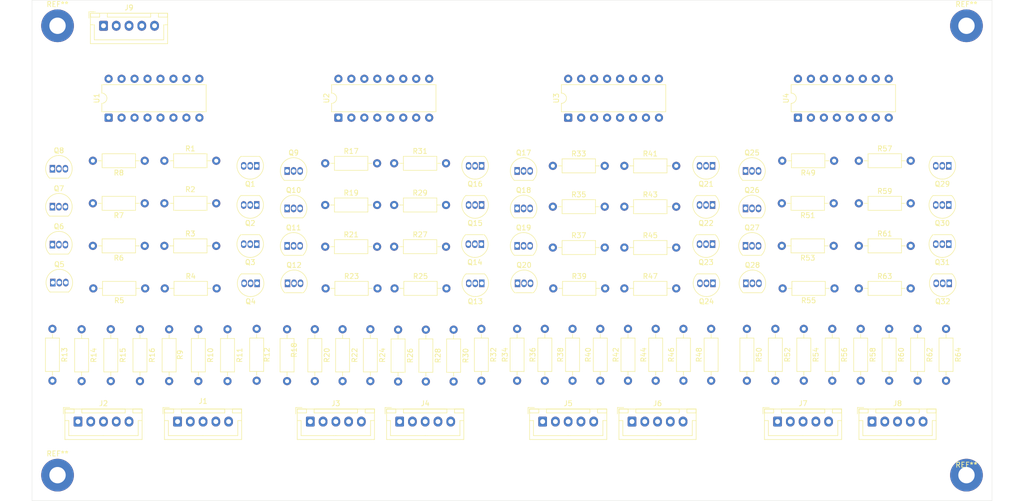
<source format=kicad_pcb>
(kicad_pcb (version 20241229) (generator "pcbnew") (generator_version "9.0")
  (layers (0 "F.Cu" signal) (2 "B.Cu" signal) (13 "F.Paste" user) (15 "B.Paste" user) (5 "F.SilkS" user "F.Silkscreen") (7 "B.SilkS" user "B.Silkscreen") (1 "F.Mask" user) (3 "B.Mask" user) (25 "Edge.Cuts" user))
  (net 0 "")
  (net 1 "Net-(J1-Pin_3)")
  (net 2 "Net-(J1-Pin_2)")
  (net 3 "Net-(J1-Pin_1)")
  (net 4 "Net-(J1-Pin_4)")
  (net 5 "+12V")
  (net 6 "Net-(J2-Pin_2)")
  (net 7 "Net-(J2-Pin_1)")
  (net 8 "Net-(J2-Pin_3)")
  (net 9 "Net-(J2-Pin_4)")
  (net 10 "Net-(J3-Pin_3)")
  (net 11 "Net-(J3-Pin_1)")
  (net 12 "Net-(J3-Pin_2)")
  (net 13 "Net-(J3-Pin_4)")
  (net 14 "Net-(J4-Pin_2)")
  (net 15 "Net-(J4-Pin_3)")
  (net 16 "Net-(J4-Pin_4)")
  (net 17 "Net-(J4-Pin_1)")
  (net 18 "Net-(J5-Pin_4)")
  (net 19 "Net-(J5-Pin_2)")
  (net 20 "Net-(J5-Pin_1)")
  (net 21 "Net-(J5-Pin_3)")
  (net 22 "Net-(J6-Pin_3)")
  (net 23 "Net-(J6-Pin_4)")
  (net 24 "Net-(J6-Pin_2)")
  (net 25 "Net-(J6-Pin_1)")
  (net 26 "Net-(J7-Pin_2)")
  (net 27 "Net-(J7-Pin_4)")
  (net 28 "Net-(J7-Pin_1)")
  (net 29 "Net-(J7-Pin_3)")
  (net 30 "Net-(J8-Pin_3)")
  (net 31 "Net-(J8-Pin_1)")
  (net 32 "Net-(J8-Pin_2)")
  (net 33 "Net-(J8-Pin_4)")
  (net 34 "Net-(U1-SRCLK)")
  (net 35 "Net-(U1-RCLK)")
  (net 36 "Net-(U1-SER)")
  (net 37 "+5V")
  (net 38 "GND")
  (net 39 "Net-(Q1-B)")
  (net 40 "Net-(Q1-C)")
  (net 41 "Net-(Q2-C)")
  (net 42 "Net-(Q2-B)")
  (net 43 "Net-(Q3-B)")
  (net 44 "Net-(Q3-C)")
  (net 45 "Net-(Q4-C)")
  (net 46 "Net-(Q4-B)")
  (net 47 "Net-(Q5-C)")
  (net 48 "Net-(Q5-B)")
  (net 49 "Net-(Q6-B)")
  (net 50 "Net-(Q6-C)")
  (net 52 "Net-(Q7-C)")
  (net 53 "Net-(Q7-B)")
  (net 54 "Net-(Q8-B)")
  (net 55 "Net-(Q8-C)")
  (net 56 "Net-(Q9-C)")
  (net 57 "Net-(Q9-B)")
  (net 58 "Net-(Q10-B)")
  (net 59 "Net-(Q10-C)")
  (net 60 "Net-(Q11-B)")
  (net 61 "Net-(Q11-C)")
  (net 62 "Net-(Q12-B)")
  (net 63 "Net-(Q12-C)")
  (net 64 "Net-(Q13-C)")
  (net 65 "Net-(Q13-B)")
  (net 67 "Net-(Q14-C)")
  (net 68 "Net-(Q14-B)")
  (net 69 "Net-(Q15-C)")
  (net 70 "Net-(Q15-B)")
  (net 71 "Net-(Q16-B)")
  (net 72 "Net-(Q16-C)")
  (net 73 "Net-(Q17-C)")
  (net 74 "Net-(Q17-B)")
  (net 75 "Net-(Q18-B)")
  (net 76 "Net-(Q18-C)")
  (net 77 "Net-(Q19-C)")
  (net 78 "Net-(Q19-B)")
  (net 79 "Net-(Q20-C)")
  (net 80 "Net-(Q20-B)")
  (net 81 "Net-(Q21-B)")
  (net 82 "Net-(Q21-C)")
  (net 84 "Net-(Q22-B)")
  (net 85 "Net-(Q22-C)")
  (net 86 "Net-(Q23-C)")
  (net 87 "Net-(Q23-B)")
  (net 88 "Net-(Q24-B)")
  (net 89 "Net-(Q24-C)")
  (net 90 "Net-(Q25-B)")
  (net 91 "Net-(Q25-C)")
  (net 92 "Net-(Q26-B)")
  (net 93 "Net-(Q26-C)")
  (net 94 "Net-(Q27-B)")
  (net 95 "Net-(Q27-C)")
  (net 96 "Net-(Q28-B)")
  (net 97 "Net-(Q28-C)")
  (net 98 "Net-(Q29-C)")
  (net 99 "Net-(Q29-B)")
  (net 101 "Net-(Q30-B)")
  (net 102 "Net-(Q30-C)")
  (net 103 "Net-(Q31-B)")
  (net 104 "Net-(Q31-C)")
  (net 105 "Net-(Q32-C)")
  (net 106 "Net-(Q32-B)")
  (net 107 "Net-(U1-QA)")
  (net 108 "Net-(U1-QB)")
  (net 109 "Net-(U1-QC)")
  (net 110 "Net-(U1-QD)")
  (net 111 "Net-(U1-QE)")
  (net 112 "Net-(U1-QF)")
  (net 113 "Net-(U1-QG)")
  (net 114 "Net-(U1-QH)")
  (net 115 "Net-(U2-QA)")
  (net 116 "Net-(U2-QB)")
  (net 117 "Net-(U2-QC)")
  (net 118 "Net-(U2-QD)")
  (net 119 "Net-(U2-QE)")
  (net 120 "Net-(U2-QF)")
  (net 121 "Net-(U2-QG)")
  (net 122 "Net-(U2-QH)")
  (net 123 "Net-(U3-QA)")
  (net 124 "Net-(U3-QB)")
  (net 125 "Net-(U3-QC)")
  (net 126 "Net-(U3-QD)")
  (net 127 "Net-(U3-QE)")
  (net 128 "Net-(U3-QF)")
  (net 129 "Net-(U3-QG)")
  (net 130 "Net-(U3-QH)")
  (net 131 "Net-(U4-QA)")
  (net 132 "Net-(U4-QB)")
  (net 133 "Net-(U4-QC)")
  (net 134 "Net-(U4-QD)")
  (net 135 "Net-(U4-QE)")
  (net 136 "Net-(U4-QF)")
  (net 137 "Net-(U4-QG)")
  (net 138 "Net-(U4-QH)")
  (net 139 "Net-(U1-QH')")
  (net 140 "Net-(U2-QH')")
  (net 141 "Net-(U3-QH')")
  (footprint "Resistor_THT:R_Axial_DIN0207_L6.3mm_D2.5mm_P10.16mm_Horizontal" (layer "F.Cu") (at 145 86.5108 90)
    (property "Reference" "R48" (at 5.08 -2.37 90) (layer "F.SilkS"))
    (property "Value" "330")
    (pad "1" thru_hole circle (at 0 0 90) (size 1.6 1.6) (drill 0.8) (layers "*.Cu" "*.Mask") (net 89 "Net-(Q24-C)"))
    (pad "2" thru_hole oval (at 10.16 0 90) (size 1.6 1.6) (drill 0.8) (layers "*.Cu" "*.Mask") (net 23 "Net-(J6-Pin_4)"))
  )
  (footprint "Resistor_THT:R_Axial_DIN0207_L6.3mm_D2.5mm_P10.16mm_Horizontal" (layer "F.Cu") (at 114 44.4308)
    (property "Reference" "R33" (at 5.08 -2.37 0) (layer "F.SilkS"))
    (property "Value" "470")
    (pad "1" thru_hole circle (at 0 0) (size 1.6 1.6) (drill 0.8) (layers "*.Cu" "*.Mask") (net 123 "Net-(U3-QA)"))
    (pad "2" thru_hole oval (at 10.16 0) (size 1.6 1.6) (drill 0.8) (layers "*.Cu" "*.Mask") (net 74 "Net-(Q17-B)"))
  )
  (footprint "Resistor_THT:R_Axial_DIN0207_L6.3mm_D2.5mm_P10.16mm_Horizontal" (layer "F.Cu") (at 61.95 76.4308 -90)
    (property "Reference" "R18" (at 4.08 -1.37 90) (layer "F.SilkS"))
    (property "Value" "330")
    (pad "1" thru_hole circle (at 0 0 270) (size 1.6 1.6) (drill 0.8) (layers "*.Cu" "*.Mask") (net 56 "Net-(Q9-C)"))
    (pad "2" thru_hole oval (at 10.16 0 270) (size 1.6 1.6) (drill 0.8) (layers "*.Cu" "*.Mask") (net 11 "Net-(J3-Pin_1)"))
  )
  (footprint "Resistor_THT:R_Axial_DIN0207_L6.3mm_D2.5mm_P10.16mm_Horizontal" (layer "F.Cu") (at 128 68.4308)
    (property "Reference" "R47" (at 5.08 -2.37 0) (layer "F.SilkS"))
    (property "Value" "470")
    (pad "1" thru_hole circle (at 0 0) (size 1.6 1.6) (drill 0.8) (layers "*.Cu" "*.Mask") (net 130 "Net-(U3-QH)"))
    (pad "2" thru_hole oval (at 10.16 0) (size 1.6 1.6) (drill 0.8) (layers "*.Cu" "*.Mask") (net 88 "Net-(Q24-B)"))
  )
  (footprint "Resistor_THT:R_Axial_DIN0207_L6.3mm_D2.5mm_P10.16mm_Horizontal" (layer "F.Cu") (at 27.4286 76.4308 -90)
    (property "Reference" "R15" (at 5.08 -2.37 90) (layer "F.SilkS"))
    (property "Value" "330")
    (pad "1" thru_hole circle (at 0 0 270) (size 1.6 1.6) (drill 0.8) (layers "*.Cu" "*.Mask") (net 52 "Net-(Q7-C)"))
    (pad "2" thru_hole oval (at 10.16 0 270) (size 1.6 1.6) (drill 0.8) (layers "*.Cu" "*.Mask") (net 8 "Net-(J2-Pin_3)"))
  )
  (footprint "Package_TO_SOT_THT:TO-92_Inline" (layer "F.Cu") (at 151.73 45.4308)
    (property "Reference" "Q25" (at 1.27 -3.56 0) (layer "F.SilkS"))
    (property "Value" "2N3904")
    (pad "1" thru_hole rect (at 0 0) (size 1.05 1.5) (drill 0.75) (layers "*.Cu" "*.Mask") (net 38 "GND"))
    (pad "2" thru_hole oval (at 1.27 0) (size 1.05 1.5) (drill 0.75) (layers "*.Cu" "*.Mask") (net 90 "Net-(Q25-B)"))
    (pad "3" thru_hole oval (at 2.54 0) (size 1.05 1.5) (drill 0.75) (layers "*.Cu" "*.Mask") (net 91 "Net-(Q25-C)"))
  )
  (footprint "MountingHole:MountingHole_3.2mm_M3_Pad" (layer "F.Cu") (at 17 105)
    (property "Reference" "REF**" (at 0 -4.2 0) (layer "F.SilkS"))
    (property "Value" "MountingHole_3.2mm_M3_Pad")
    (pad "1" thru_hole circle (at 0 0) (size 6.4 6.4) (drill 3.2) (layers "*.Cu" "*.Mask"))
  )
  (footprint "Resistor_THT:R_Axial_DIN0207_L6.3mm_D2.5mm_P10.16mm_Horizontal" (layer "F.Cu") (at 50.2857 76.4308 -90)
    (property "Reference" "R11" (at 5.08 -2.37 90) (layer "F.SilkS"))
    (property "Value" "330")
    (pad "1" thru_hole circle (at 0 0 270) (size 1.6 1.6) (drill 0.8) (layers "*.Cu" "*.Mask") (net 44 "Net-(Q3-C)"))
    (pad "2" thru_hole oval (at 10.16 0 270) (size 1.6 1.6) (drill 0.8) (layers "*.Cu" "*.Mask") (net 1 "Net-(J1-Pin_3)"))
  )
  (footprint "Resistor_THT:R_Axial_DIN0207_L6.3mm_D2.5mm_P10.16mm_Horizontal" (layer "F.Cu") (at 37.92 51.7641)
    (property "Reference" "R2" (at 5.08 -2.714286 0) (layer "F.SilkS"))
    (property "Value" "470")
    (pad "1" thru_hole circle (at 0 0) (size 1.6 1.6) (drill 0.8) (layers "*.Cu" "*.Mask") (net 108 "Net-(U1-QB)"))
    (pad "2" thru_hole oval (at 10.16 0) (size 1.6 1.6) (drill 0.8) (layers "*.Cu" "*.Mask") (net 42 "Net-(Q2-B)"))
  )
  (footprint "Resistor_THT:R_Axial_DIN0207_L6.3mm_D2.5mm_P10.16mm_Horizontal" (layer "F.Cu") (at 37.92 60.0975)
    (property "Reference" "R3" (at 5.08 -2.37 0) (layer "F.SilkS"))
    (property "Value" "470")
    (pad "1" thru_hole circle (at 0 0) (size 1.6 1.6) (drill 0.8) (layers "*.Cu" "*.Mask") (net 109 "Net-(U1-QC)"))
    (pad "2" thru_hole oval (at 10.16 0) (size 1.6 1.6) (drill 0.8) (layers "*.Cu" "*.Mask") (net 43 "Net-(Q3-B)"))
  )
  (footprint "Package_TO_SOT_THT:TO-92_Inline" (layer "F.Cu") (at 100 59.7641 180)
    (property "Reference" "Q14" (at 1.27 -3.56 0) (layer "F.SilkS"))
    (property "Value" "2N3904")
    (pad "1" thru_hole rect (at 0 0 180) (size 1.05 1.5) (drill 0.75) (layers "*.Cu" "*.Mask"))
    (pad "2" thru_hole oval (at 1.27 0 180) (size 1.05 1.5) (drill 0.75) (layers "*.Cu" "*.Mask") (net 68 "Net-(Q14-B)"))
    (pad "3" thru_hole oval (at 2.54 0 180) (size 1.05 1.5) (drill 0.75) (layers "*.Cu" "*.Mask") (net 67 "Net-(Q14-C)"))
  )
  (footprint "Resistor_THT:R_Axial_DIN0207_L6.3mm_D2.5mm_P10.16mm_Horizontal" (layer "F.Cu") (at 69.42 52.0975)
    (property "Reference" "R19" (at 5.08 -2.37 0) (layer "F.SilkS"))
    (property "Value" "470")
    (pad "1" thru_hole circle (at 0 0) (size 1.6 1.6) (drill 0.8) (layers "*.Cu" "*.Mask") (net 116 "Net-(U2-QB)"))
    (pad "2" thru_hole oval (at 10.16 0) (size 1.6 1.6) (drill 0.8) (layers "*.Cu" "*.Mask") (net 58 "Net-(Q10-B)"))
  )
  (footprint "Resistor_THT:R_Axial_DIN0207_L6.3mm_D2.5mm_P10.16mm_Horizontal" (layer "F.Cu") (at 169.16 68.4308 180)
    (property "Reference" "R55" (at 5.08 -2.37 0) (layer "F.SilkS"))
    (property "Value" "470")
    (pad "1" thru_hole circle (at 0 0 180) (size 1.6 1.6) (drill 0.8) (layers "*.Cu" "*.Mask") (net 134 "Net-(U4-QD)"))
    (pad "2" thru_hole oval (at 10.16 0 180) (size 1.6 1.6) (drill 0.8) (layers "*.Cu" "*.Mask") (net 96 "Net-(Q28-B)"))
  )
  (footprint "Connector_JST:JST_XH_B5B-XH-A_1x05_P2.50mm_Vertical" (layer "F.Cu") (at 176.5 94.5108)
    (property "Reference" "J8" (at 5 -3.55 0) (layer "F.SilkS"))
    (property "Value" "XH-5A")
    (pad "1" thru_hole roundrect (at 0 0) (size 1.7 1.95) (drill 0.95) (layers "*.Cu" "*.Mask") (roundrect_rratio 0.147059) (net 31 "Net-(J8-Pin_1)"))
    (pad "2" thru_hole oval (at 2.5 0) (size 1.7 1.95) (drill 0.95) (layers "*.Cu" "*.Mask") (net 32 "Net-(J8-Pin_2)"))
    (pad "3" thru_hole oval (at 5 0) (size 1.7 1.95) (drill 0.95) (layers "*.Cu" "*.Mask") (net 30 "Net-(J8-Pin_3)"))
    (pad "4" thru_hole oval (at 7.5 0) (size 1.7 1.95) (drill 0.95) (layers "*.Cu" "*.Mask") (net 33 "Net-(J8-Pin_4)"))
    (pad "5" thru_hole oval (at 10 0) (size 1.7 1.95) (drill 0.95) (layers "*.Cu" "*.Mask") (net 5 "+12V"))
  )
  (footprint "Resistor_THT:R_Axial_DIN0207_L6.3mm_D2.5mm_P10.16mm_Horizontal" (layer "F.Cu") (at 89.1286 76.5108 -90)
    (property "Reference" "R28" (at 5.08 -2.37 90) (layer "F.SilkS"))
    (property "Value" "330")
    (pad "1" thru_hole circle (at 0 0 270) (size 1.6 1.6) (drill 0.8) (layers "*.Cu" "*.Mask") (net 67 "Net-(Q14-C)"))
    (pad "2" thru_hole oval (at 10.16 0 270) (size 1.6 1.6) (drill 0.8) (layers "*.Cu" "*.Mask") (net 14 "Net-(J4-Pin_2)"))
  )
  (footprint "Package_DIP:DIP-16_W7.62mm" (layer "F.Cu") (at 27 35 90)
    (property "Reference" "U1" (at 3.81 -2.33 90) (layer "F.SilkS"))
    (property "Value" "74HC595")
    (pad "1" thru_hole roundrect (at 0 0 90) (size 1.6 1.6) (drill 0.8) (layers "*.Cu" "*.Mask") (roundrect_rratio 0.15625) (net 108 "Net-(U1-QB)"))
    (pad "2" thru_hole circle (at 0 2.54 90) (size 1.6 1.6) (drill 0.8) (layers "*.Cu" "*.Mask") (net 109 "Net-(U1-QC)"))
    (pad "3" thru_hole circle (at 0 5.08 90) (size 1.6 1.6) (drill 0.8) (layers "*.Cu" "*.Mask") (net 110 "Net-(U1-QD)"))
    (pad "4" thru_hole circle (at 0 7.62 90) (size 1.6 1.6) (drill 0.8) (layers "*.Cu" "*.Mask") (net 111 "Net-(U1-QE)"))
    (pad "5" thru_hole circle (at 0 10.16 90) (size 1.6 1.6) (drill 0.8) (layers "*.Cu" "*.Mask") (net 112 "Net-(U1-QF)"))
    (pad "6" thru_hole circle (at 0 12.7 90) (size 1.6 1.6) (drill 0.8) (layers "*.Cu" "*.Mask") (net 113 "Net-(U1-QG)"))
    (pad "7" thru_hole circle (at 0 15.24 90) (size 1.6 1.6) (drill 0.8) (layers "*.Cu" "*.Mask") (net 114 "Net-(U1-QH)"))
    (pad "8" thru_hole circle (at 0 17.78 90) (size 1.6 1.6) (drill 0.8) (layers "*.Cu" "*.Mask") (net 38 "GND"))
    (pad "9" thru_hole circle (at 7.62 17.78 90) (size 1.6 1.6) (drill 0.8) (layers "*.Cu" "*.Mask") (net 139 "Net-(U1-QH')"))
    (pad "10" thru_hole circle (at 7.62 15.24 90) (size 1.6 1.6) (drill 0.8) (layers "*.Cu" "*.Mask") (net 37 "+5V"))
    (pad "11" thru_hole circle (at 7.62 12.7 90) (size 1.6 1.6) (drill 0.8) (layers "*.Cu" "*.Mask") (net 34 "Net-(U1-SRCLK)"))
    (pad "12" thru_hole circle (at 7.62 10.16 90) (size 1.6 1.6) (drill 0.8) (layers "*.Cu" "*.Mask") (net 35 "Net-(U1-RCLK)"))
    (pad "13" thru_hole circle (at 7.62 7.62 90) (size 1.6 1.6) (drill 0.8) (layers "*.Cu" "*.Mask") (net 38 "GND"))
    (pad "14" thru_hole circle (at 7.62 5.08 90) (size 1.6 1.6) (drill 0.8) (layers "*.Cu" "*.Mask") (net 36 "Net-(U1-SER)"))
    (pad "15" thru_hole circle (at 7.62 2.54 90) (size 1.6 1.6) (drill 0.8) (layers "*.Cu" "*.Mask") (net 107 "Net-(U1-QA)"))
    (pad "16" thru_hole circle (at 7.62 0 90) (size 1.6 1.6) (drill 0.8) (layers "*.Cu" "*.Mask") (net 37 "+5V"))
  )
  (footprint "Resistor_THT:R_Axial_DIN0207_L6.3mm_D2.5mm_P10.16mm_Horizontal" (layer "F.Cu") (at 33.1429 76.4308 -90)
    (property "Reference" "R16" (at 5.08 -2.37 90) (layer "F.SilkS"))
    (property "Value" "330")
    (pad "1" thru_hole circle (at 0 0 270) (size 1.6 1.6) (drill 0.8) (layers "*.Cu" "*.Mask") (net 55 "Net-(Q8-C)"))
    (pad "2" thru_hole oval (at 10.16 0 270) (size 1.6 1.6) (drill 0.8) (layers "*.Cu" "*.Mask") (net 9 "Net-(J2-Pin_4)"))
  )
  (footprint "Resistor_THT:R_Axial_DIN0207_L6.3mm_D2.5mm_P10.16mm_Horizontal" (layer "F.Cu") (at 69.42 43.9308)
    (property "Reference" "R17" (at 5.08 -2.37 0) (layer "F.SilkS"))
    (property "Value" "470")
    (pad "1" thru_hole circle (at 0 0) (size 1.6 1.6) (drill 0.8) (layers "*.Cu" "*.Mask") (net 115 "Net-(U2-QA)"))
    (pad "2" thru_hole oval (at 10.16 0) (size 1.6 1.6) (drill 0.8) (layers "*.Cu" "*.Mask") (net 57 "Net-(Q9-B)"))
  )
  (footprint "Resistor_THT:R_Axial_DIN0207_L6.3mm_D2.5mm_P10.16mm_Horizontal" (layer "F.Cu") (at 94.5643 76.5108 -90)
    (property "Reference" "R30" (at 5.08 -2.37 90) (layer "F.SilkS"))
    (property "Value" "330")
    (pad "1" thru_hole circle (at 0 0 270) (size 1.6 1.6) (drill 0.8) (layers "*.Cu" "*.Mask") (net 69 "Net-(Q15-C)"))
    (pad "2" thru_hole oval (at 10.16 0 270) (size 1.6 1.6) (drill 0.8) (layers "*.Cu" "*.Mask") (net 15 "Net-(J4-Pin_3)"))
  )
  (footprint "Resistor_THT:R_Axial_DIN0207_L6.3mm_D2.5mm_P10.16mm_Horizontal" (layer "F.Cu") (at 34.16 68.4308 180)
    (property "Reference" "R5" (at 5.08 -2.37 0) (layer "F.SilkS"))
    (property "Value" "470")
    (pad "1" thru_hole circle (at 0 0 180) (size 1.6 1.6) (drill 0.8) (layers "*.Cu" "*.Mask") (net 111 "Net-(U1-QE)"))
    (pad "2" thru_hole oval (at 10.16 0 180) (size 1.6 1.6) (drill 0.8) (layers "*.Cu" "*.Mask") (net 48 "Net-(Q5-B)"))
  )
  (footprint "Connector_JST:JST_XH_B5B-XH-A_1x05_P2.50mm_Vertical" (layer "F.Cu") (at 21 94.5108)
    (property "Reference" "J2" (at 5 -3.55 0) (layer "F.SilkS"))
    (property "Value" "XH-5A")
    (pad "1" thru_hole roundrect (at 0 0) (size 1.7 1.95) (drill 0.95) (layers "*.Cu" "*.Mask") (roundrect_rratio 0.147059) (net 7 "Net-(J2-Pin_1)"))
    (pad "2" thru_hole oval (at 2.5 0) (size 1.7 1.95) (drill 0.95) (layers "*.Cu" "*.Mask") (net 6 "Net-(J2-Pin_2)"))
    (pad "3" thru_hole oval (at 5 0) (size 1.7 1.95) (drill 0.95) (layers "*.Cu" "*.Mask") (net 8 "Net-(J2-Pin_3)"))
    (pad "4" thru_hole oval (at 7.5 0) (size 1.7 1.95) (drill 0.95) (layers "*.Cu" "*.Mask") (net 9 "Net-(J2-Pin_4)"))
    (pad "5" thru_hole oval (at 10 0) (size 1.7 1.95) (drill 0.95) (layers "*.Cu" "*.Mask") (net 5 "+12V"))
  )
  (footprint "Resistor_THT:R_Axial_DIN0207_L6.3mm_D2.5mm_P10.16mm_Horizontal" (layer "F.Cu") (at 34.08 43.4308 180)
    (property "Reference" "R8" (at 5.08 -2.37 0) (layer "F.SilkS"))
    (property "Value" "470")
    (pad "1" thru_hole circle (at 0 0 180) (size 1.6 1.6) (drill 0.8) (layers "*.Cu" "*.Mask") (net 114 "Net-(U1-QH)"))
    (pad "2" thru_hole oval (at 10.16 0 180) (size 1.6 1.6) (drill 0.8) (layers "*.Cu" "*.Mask") (net 54 "Net-(Q8-B)"))
  )
  (footprint "Resistor_THT:R_Axial_DIN0207_L6.3mm_D2.5mm_P10.16mm_Horizontal" (layer "F.Cu") (at 83 68.4308)
    (property "Reference" "R25" (at 5.08 -2.37 0) (layer "F.SilkS"))
    (property "Value" "470")
    (pad "1" thru_hole circle (at 0 0) (size 1.6 1.6) (drill 0.8) (layers "*.Cu" "*.Mask") (net 119 "Net-(U2-QE)"))
    (pad "2" thru_hole oval (at 10.16 0) (size 1.6 1.6) (drill 0.8) (layers "*.Cu" "*.Mask") (net 65 "Net-(Q13-B)"))
  )
  (footprint "Resistor_THT:R_Axial_DIN0207_L6.3mm_D2.5mm_P10.16mm_Horizontal" (layer "F.Cu") (at 128 52.4308)
    (property "Reference" "R43" (at 5.08 -2.37 0) (layer "F.SilkS"))
    (property "Value" "470")
    (pad "1" thru_hole circle (at 0 0) (size 1.6 1.6) (drill 0.8) (layers "*.Cu" "*.Mask") (net 128 "Net-(U3-QF)"))
    (pad "2" thru_hole oval (at 10.16 0) (size 1.6 1.6) (drill 0.8) (layers "*.Cu" "*.Mask") (net 84 "Net-(Q22-B)"))
  )
  (footprint "Resistor_THT:R_Axial_DIN0207_L6.3mm_D2.5mm_P10.16mm_Horizontal" (layer "F.Cu") (at 38.8571 76.4308 -90)
    (property "Reference" "R9" (at 5 -2.142857 90) (layer "F.SilkS"))
    (property "Value" "330")
    (pad "1" thru_hole circle (at 0 0 270) (size 1.6 1.6) (drill 0.8) (layers "*.Cu" "*.Mask") (net 40 "Net-(Q1-C)"))
    (pad "2" thru_hole oval (at 10.16 0 270) (size 1.6 1.6) (drill 0.8) (layers "*.Cu" "*.Mask") (net 3 "Net-(J1-Pin_1)"))
  )
  (footprint "Resistor_THT:R_Axial_DIN0207_L6.3mm_D2.5mm_P10.16mm_Horizontal" (layer "F.Cu") (at 78.2571 76.4308 -90)
    (property "Reference" "R24" (at 5.08 -2.37 90) (layer "F.SilkS"))
    (property "Value" "330")
    (pad "1" thru_hole circle (at 0 0 270) (size 1.6 1.6) (drill 0.8) (layers "*.Cu" "*.Mask") (net 63 "Net-(Q12-C)"))
    (pad "2" thru_hole oval (at 10.16 0 270) (size 1.6 1.6) (drill 0.8) (layers "*.Cu" "*.Mask") (net 13 "Net-(J3-Pin_4)"))
  )
  (footprint "Resistor_THT:R_Axial_DIN0207_L6.3mm_D2.5mm_P10.16mm_Horizontal" (layer "F.Cu") (at 173.92 43.4308)
    (property "Reference" "R57" (at 5.08 -2.37 0) (layer "F.SilkS"))
    (property "Value" "470")
    (pad "1" thru_hole circle (at 0 0) (size 1.6 1.6) (drill 0.8) (layers "*.Cu" "*.Mask") (net 135 "Net-(U4-QE)"))
    (pad "2" thru_hole oval (at 10.16 0) (size 1.6 1.6) (drill 0.8) (layers "*.Cu" "*.Mask") (net 99 "Net-(Q29-B)"))
  )
  (footprint "Package_TO_SOT_THT:TO-92_Inline" (layer "F.Cu") (at 107.08 67.4308)
    (property "Reference" "Q20" (at 1.27 -3.56 0) (layer "F.SilkS"))
    (property "Value" "2N3904")
    (pad "1" thru_hole rect (at 0 0) (size 1.05 1.5) (drill 0.75) (layers "*.Cu" "*.Mask") (net 38 "GND"))
    (pad "2" thru_hole oval (at 1.27 0) (size 1.05 1.5) (drill 0.75) (layers "*.Cu" "*.Mask") (net 80 "Net-(Q20-B)"))
    (pad "3" thru_hole oval (at 2.54 0) (size 1.05 1.5) (drill 0.75) (layers "*.Cu" "*.Mask") (net 79 "Net-(Q20-C)"))
  )
  (footprint "Resistor_THT:R_Axial_DIN0207_L6.3mm_D2.5mm_P10.16mm_Horizontal" (layer "F.Cu") (at 139.5714 86.5108 90)
    (property "Reference" "R46" (at 5.08 -2.37 90) (layer "F.SilkS"))
    (property "Value" "330")
    (pad "1" thru_hole circle (at 0 0 90) (size 1.6 1.6) (drill 0.8) (layers "*.Cu" "*.Mask") (net 86 "Net-(Q23-C)"))
    (pad "2" thru_hole oval (at 10.16 0 90) (size 1.6 1.6) (drill 0.8) (layers "*.Cu" "*.Mask") (net 22 "Net-(J6-Pin_3)"))
  )
  (footprint "Package_TO_SOT_THT:TO-92_Inline" (layer "F.Cu") (at 56 52.0975 180)
    (property "Reference" "Q2" (at 1.27 -3.56 0) (layer "F.SilkS"))
    (property "Value" "2N3904")
    (pad "1" thru_hole rect (at 0 0 180) (size 1.05 1.5) (drill 0.75) (layers "*.Cu" "*.Mask") (net 38 "GND"))
    (pad "2" thru_hole oval (at 1.27 0 180) (size 1.05 1.5) (drill 0.75) (layers "*.Cu" "*.Mask") (net 42 "Net-(Q2-B)"))
    (pad "3" thru_hole oval (at 2.54 0 180) (size 1.05 1.5) (drill 0.75) (layers "*.Cu" "*.Mask") (net 41 "Net-(Q2-C)"))
  )
  (footprint "Package_TO_SOT_THT:TO-92_Inline" (layer "F.Cu") (at 56 59.7641 180)
    (property "Reference" "Q3" (at 1.27 -3.56 0) (layer "F.SilkS"))
    (property "Value" "2N3904")
    (pad "1" thru_hole rect (at 0 0 180) (size 1.05 1.5) (drill 0.75) (layers "*.Cu" "*.Mask") (net 38 "GND"))
    (pad "2" thru_hole oval (at 1.27 0 180) (size 1.05 1.5) (drill 0.75) (layers "*.Cu" "*.Mask") (net 43 "Net-(Q3-B)"))
    (pad "3" thru_hole oval (at 2.54 0 180) (size 1.05 1.5) (drill 0.75) (layers "*.Cu" "*.Mask") (net 44 "Net-(Q3-C)"))
  )
  (footprint "Package_TO_SOT_THT:TO-92_Inline" (layer "F.Cu") (at 191.54 52.0975 180)
    (property "Reference" "Q30" (at 1.27 -3.56 0) (layer "F.SilkS"))
    (property "Value" "2N3904")
    (pad "1" thru_hole rect (at 0 0 180) (size 1.05 1.5) (drill 0.75) (layers "*.Cu" "*.Mask"))
    (pad "2" thru_hole oval (at 1.27 0 180) (size 1.05 1.5) (drill 0.75) (layers "*.Cu" "*.Mask") (net 101 "Net-(Q30-B)"))
    (pad "3" thru_hole oval (at 2.54 0 180) (size 1.05 1.5) (drill 0.75) (layers "*.Cu" "*.Mask") (net 102 "Net-(Q30-C)"))
  )
  (footprint "Resistor_THT:R_Axial_DIN0207_L6.3mm_D2.5mm_P10.16mm_Horizontal" (layer "F.Cu") (at 67.3857 76.4308 -90)
    (property "Reference" "R20" (at 5.08 -2.37 90) (layer "F.SilkS"))
    (property "Value" "330")
    (pad "1" thru_hole circle (at 0 0 270) (size 1.6 1.6) (drill 0.8) (layers "*.Cu" "*.Mask") (net 59 "Net-(Q10-C)"))
    (pad "2" thru_hole oval (at 10.16 0 270) (size 1.6 1.6) (drill 0.8) (layers "*.Cu" "*.Mask") (net 12 "Net-(J3-Pin_2)"))
  )
  (footprint "Resistor_THT:R_Axial_DIN0207_L6.3mm_D2.5mm_P10.16mm_Horizontal" (layer "F.Cu") (at 123.2857 86.5108 90)
    (property "Reference" "R40" (at 5.08 -2.37 90) (layer "F.SilkS"))
    (property "Value" "330")
    (pad "1" thru_hole circle (at 0 0 90) (size 1.6 1.6) (drill 0.8) (layers "*.Cu" "*.Mask") (net 79 "Net-(Q20-C)"))
    (pad "2" thru_hole oval (at 10.16 0 90) (size 1.6 1.6) (drill 0.8) (layers "*.Cu" "*.Mask") (net 18 "Net-(J5-Pin_4)"))
  )
  (footprint "Package_TO_SOT_THT:TO-92_Inline" (layer "F.Cu") (at 61.96 52.7641)
    (property "Reference" "Q10" (at 1.27 -3.56 0) (layer "F.SilkS"))
    (property "Value" "2N3904")
    (pad "1" thru_hole rect (at 0 0) (size 1.05 1.5) (drill 0.75) (layers "*.Cu" "*.Mask") (net 38 "GND"))
    (pad "2" thru_hole oval (at 1.27 0) (size 1.05 1.5) (drill 0.75) (layers "*.Cu" "*.Mask") (net 58 "Net-(Q10-B)"))
    (pad "3" thru_hole oval (at 2.54 0) (size 1.05 1.5) (drill 0.75) (layers "*.Cu" "*.Mask") (net 59 "Net-(Q10-C)"))
  )
  (footprint "Package_DIP:DIP-16_W7.62mm" (layer "F.Cu") (at 117 35 90)
    (property "Reference" "U3" (at 3.81 -2.33 90) (layer "F.SilkS"))
    (property "Value" "74HC595")
    (pad "1" thru_hole roundrect (at 0 0 90) (size 1.6 1.6) (drill 0.8) (layers "*.Cu" "*.Mask") (roundrect_rratio 0.15625) (net 124 "Net-(U3-QB)"))
    (pad "2" thru_hole circle (at 0 2.54 90) (size 1.6 1.6) (drill 0.8) (layers "*.Cu" "*.Mask") (net 125 "Net-(U3-QC)"))
    (pad "3" thru_hole circle (at 0 5.08 90) (size 1.6 1.6) (drill 0.8) (layers "*.Cu" "*.Mask") (net 126 "Net-(U3-QD)"))
    (pad "4" thru_hole circle (at 0 7.62 90) (size 1.6 1.6) (drill 0.8) (layers "*.Cu" "*.Mask") (net 127 "Net-(U3-QE)"))
    (pad "5" thru_hole circle (at 0 10.16 90) (size 1.6 1.6) (drill 0.8) (layers "*.Cu" "*.Mask") (net 128 "Net-(U3-QF)"))
    (pad "6" thru_hole circle (at 0 12.7 90) (size 1.6 1.6) (drill 0.8) (layers "*.Cu" "*.Mask") (net 129 "Net-(U3-QG)"))
    (pad "7" thru_hole circle (at 0 15.24 90) (size 1.6 1.6) (drill 0.8) (layers "*.Cu" "*.Mask") (net 130 "Net-(U3-QH)"))
    (pad "8" thru_hole circle (at 0 17.78 90) (size 1.6 1.6) (drill 0.8) (layers "*.Cu" "*.Mask") (net 38 "GND"))
    (pad "9" thru_hole circle (at 7.62 17.78 90) (size 1.6 1.6) (drill 0.8) (layers "*.Cu" "*.Mask") (net 141 "Net-(U3-QH')"))
    (pad "10" thru_hole circle (at 7.62 15.24 90) (size 1.6 1.6) (drill 0.8) (layers "*.Cu" "*.Mask") (net 37 "+5V"))
    (pad "11" thru_hole circle (at 7.62 12.7 90) (size 1.6 1.6) (drill 0.8) (layers "*.Cu" "*.Mask") (net 34 "Net-(U1-SRCLK)"))
    (pad "12" thru_hole circle (at 7.62 10.16 90) (size 1.6 1.6) (drill 0.8) (layers "*.Cu" "*.Mask") (net 35 "Net-(U1-RCLK)"))
    (pad "13" thru_hole circle (at 7.62 7.62 90) (size 1.6 1.6) (drill 0.8) (layers "*.Cu" "*.Mask") (net 38 "GND"))
    (pad "14" thru_hole circle (at 7.62 5.08 90) (size 1.6 1.6) (drill 0.8) (layers "*.Cu" "*.Mask") (net 140 "Net-(U2-QH')"))
    (pad "15" thru_hole circle (at 7.62 2.54 90) (size 1.6 1.6) (drill 0.8) (layers "*.Cu" "*.Mask") (net 123 "Net-(U3-QA)"))
    (pad "16" thru_hole circle (at 7.62 0 90) (size 1.6 1.6) (drill 0.8) (layers "*.Cu" "*.Mask") (net 37 "+5V"))
  )
  (footprint "Package_TO_SOT_THT:TO-92_Inline" (layer "F.Cu") (at 56 44.4308 180)
    (property "Reference" "Q1" (at 1.27 -3.56 0) (layer "F.SilkS"))
    (property "Value" "2N3904")
    (pad "1" thru_hole rect (at 0 0 180) (size 1.05 1.5) (drill 0.75) (layers "*.Cu" "*.Mask") (net 38 "GND"))
    (pad "2" thru_hole oval (at 1.27 0 180) (size 1.05 1.5) (drill 0.75) (layers "*.Cu" "*.Mask") (net 39 "Net-(Q1-B)"))
    (pad "3" thru_hole oval (at 2.54 0 180) (size 1.05 1.5) (drill 0.75) (layers "*.Cu" "*.Mask") (net 40 "Net-(Q1-C)"))
  )
  (footprint "Package_TO_SOT_THT:TO-92_Inline" (layer "F.Cu") (at 191.54 59.7641 180)
    (property "Reference" "Q31" (at 1.27 -3.56 0) (layer "F.SilkS"))
    (property "Value" "2N3904")
    (pad "1" thru_hole rect (at 0 0 180) (size 1.05 1.5) (drill 0.75) (layers "*.Cu" "*.Mask") (net 38 "GND"))
    (pad "2" thru_hole oval (at 1.27 0 180) (size 1.05 1.5) (drill 0.75) (layers "*.Cu" "*.Mask") (net 103 "Net-(Q31-B)"))
    (pad "3" thru_hole oval (at 2.54 0 180) (size 1.05 1.5) (drill 0.75) (layers "*.Cu" "*.Mask") (net 104 "Net-(Q31-C)"))
  )
  (footprint "Resistor_THT:R_Axial_DIN0207_L6.3mm_D2.5mm_P10.16mm_Horizontal" (layer "F.Cu") (at 152 76.3508 -90)
    (property "Reference" "R50" (at 5.08 -2.37 90) (layer "F.SilkS"))
    (property "Value" "330")
    (pad "1" thru_hole circle (at 0 0 270) (size 1.6 1.6) (drill 0.8) (layers "*.Cu" "*.Mask") (net 91 "Net-(Q25-C)"))
    (pad "2" thru_hole oval (at 10.16 0 270) (size 1.6 1.6) (drill 0.8) (layers "*.Cu" "*.Mask") (net 28 "Net-(J7-Pin_1)"))
  )
  (footprint "Package_TO_SOT_THT:TO-92_Inline" (layer "F.Cu") (at 191.54 44.4308 180)
    (property "Reference" "Q29" (at 1.27 -3.56 0) (layer "F.SilkS"))
    (property "Value" "2N3904")
    (pad "1" thru_hole rect (at 0 0 180) (size 1.05 1.5) (drill 0.75) (layers "*.Cu" "*.Mask") (net 38 "GND"))
    (pad "2" thru_hole oval (at 1.27 0 180) (size 1.05 1.5) (drill 0.75) (layers "*.Cu" "*.Mask") (net 99 "Net-(Q29-B)"))
    (pad "3" thru_hole oval (at 2.54 0 180) (size 1.05 1.5) (drill 0.75) (layers "*.Cu" "*.Mask") (net 98 "Net-(Q29-C)"))
  )
  (footprint "Connector_JST:JST_XH_B5B-XH-A_1x05_P2.50mm_Vertical" (layer "F.Cu") (at 26 17)
    (property "Reference" "J9" (at 5 -3.55 0) (layer "F.SilkS"))
    (property "Value" "DIN-5")
    (pad "1" thru_hole roundrect (at 0 0) (size 1.7 1.95) (drill 0.95) (layers "*.Cu" "*.Mask") (roundrect_rratio 0.147059) (net 37 "+5V"))
    (pad "2" thru_hole oval (at 2.5 0) (size 1.7 1.95) (drill 0.95) (layers "*.Cu" "*.Mask") (net 36 "Net-(U1-SER)"))
    (pad "3" thru_hole oval (at 5 0) (size 1.7 1.95) (drill 0.95) (layers "*.Cu" "*.Mask") (net 34 "Net-(U1-SRCLK)"))
    (pad "4" thru_hole oval (at 7.5 0) (size 1.7 1.95) (drill 0.95) (layers "*.Cu" "*.Mask") (net 35 "Net-(U1-RCLK)"))
    (pad "5" thru_hole oval (at 10 0) (size 1.7 1.95) (drill 0.95) (layers "*.Cu" "*.Mask") (net 38 "GND"))
  )
  (footprint "Resistor_THT:R_Axial_DIN0207_L6.3mm_D2.5mm_P10.16mm_Horizontal" (layer "F.Cu") (at 21.7143 76.4308 -90)
    (property "Reference" "R14" (at 5.08 -2.37 90) (layer "F.SilkS"))
    (property "Value" "330")
    (pad "1" thru_hole circle (at 0 0 270) (size 1.6 1.6) (drill 0.8) (layers "*.Cu" "*.Mask") (net 50 "Net-(Q6-C)"))
    (pad "2" thru_hole oval (at 10.16 0 270) (size 1.6 1.6) (drill 0.8) (layers "*.Cu" "*.Mask") (net 6 "Net-(J2-Pin_2)"))
  )
  (footprint "Package_TO_SOT_THT:TO-92_Inline" (layer "F.Cu") (at 61.96 60.0975)
    (property "Reference" "Q11" (at 1.27 -3.56 0) (layer "F.SilkS"))
    (property "Value" "2N3904")
    (pad "1" thru_hole rect (at 0 0) (size 1.05 1.5) (drill 0.75) (layers "*.Cu" "*.Mask") (net 38 "GND"))
    (pad "2" thru_hole oval (at 1.27 0) (size 1.05 1.5) (drill 0.75) (layers "*.Cu" "*.Mask") (net 60 "Net-(Q11-B)"))
    (pad "3" thru_hole oval (at 2.54 0) (size 1.05 1.5) (drill 0.75) (layers "*.Cu" "*.Mask") (net 61 "Net-(Q11-C)"))
  )
  (footprint "Package_TO_SOT_THT:TO-92_Inline" (layer "F.Cu") (at 107 45.4308)
    (property "Reference" "Q17" (at 1.27 -3.56 0) (layer "F.SilkS"))
    (property "Value" "2N3904")
    (pad "1" thru_hole rect (at 0 0) (size 1.05 1.5) (drill 0.75) (layers "*.Cu" "*.Mask") (net 38 "GND"))
    (pad "2" thru_hole oval (at 1.27 0) (size 1.05 1.5) (drill 0.75) (layers "*.Cu" "*.Mask") (net 74 "Net-(Q17-B)"))
    (pad "3" thru_hole oval (at 2.54 0) (size 1.05 1.5) (drill 0.75) (layers "*.Cu" "*.Mask") (net 73 "Net-(Q17-C)"))
  )
  (footprint "Resistor_THT:R_Axial_DIN0207_L6.3mm_D2.5mm_P10.16mm_Horizontal" (layer "F.Cu") (at 157.5714 76.3508 -90)
    (property "Reference" "R52" (at 5.08 -2.37 90) (layer "F.SilkS"))
    (property "Value" "330")
    (pad "1" thru_hole circle (at 0 0 270) (size 1.6 1.6) (drill 0.8) (layers "*.Cu" "*.Mask") (net 93 "Net-(Q26-C)"))
    (pad "2" thru_hole oval (at 10.16 0 270) (size 1.6 1.6) (drill 0.8) (layers "*.Cu" "*.Mask") (net 26 "Net-(J7-Pin_2)"))
  )
  (footprint "Resistor_THT:R_Axial_DIN0207_L6.3mm_D2.5mm_P10.16mm_Horizontal" (layer "F.Cu") (at 44.5714 76.4308 -90)
    (property "Reference" "R10" (at 5.08 -2.37 90) (layer "F.SilkS"))
    (property "Value" "330")
    (pad "1" thru_hole circle (at 0 0 270) (size 1.6 1.6) (drill 0.8) (layers "*.Cu" "*.Mask") (net 41 "Net-(Q2-C)"))
    (pad "2" thru_hole oval (at 10.16 0 270) (size 1.6 1.6) (drill 0.8) (layers "*.Cu" "*.Mask") (net 2 "Net-(J1-Pin_2)"))
  )
  (footprint "Package_TO_SOT_THT:TO-92_Inline" (layer "F.Cu") (at 151.73 52.7641)
    (property "Reference" "Q26" (at 1.27 -3.56 0) (layer "F.SilkS"))
    (property "Value" "2N3904")
    (pad "1" thru_hole rect (at 0 0) (size 1.05 1.5) (drill 0.75) (layers "*.Cu" "*.Mask") (net 38 "GND"))
    (pad "2" thru_hole oval (at 1.27 0) (size 1.05 1.5) (drill 0.75) (layers "*.Cu" "*.Mask") (net 92 "Net-(Q26-B)"))
    (pad "3" thru_hole oval (at 2.54 0) (size 1.05 1.5) (drill 0.75) (layers "*.Cu" "*.Mask") (net 93 "Net-(Q26-C)"))
  )
  (footprint "Resistor_THT:R_Axial_DIN0207_L6.3mm_D2.5mm_P10.16mm_Horizontal" (layer "F.Cu") (at 56 76.3508 -90)
    (property "Reference" "R12" (at 5.08 -2 90) (layer "F.SilkS"))
    (property "Value" "330")
    (pad "1" thru_hole circle (at 0 0 270) (size 1.6 1.6) (drill 0.8) (layers "*.Cu" "*.Mask") (net 45 "Net-(Q4-C)"))
    (pad "2" thru_hole oval (at 10.16 0 270) (size 1.6 1.6) (drill 0.8) (layers "*.Cu" "*.Mask") (net 4 "Net-(J1-Pin_4)"))
  )
  (footprint "Resistor_THT:R_Axial_DIN0207_L6.3mm_D2.5mm_P10.16mm_Horizontal" (layer "F.Cu") (at 38 68.4308)
    (property "Reference" "R4" (at 5.08 -2.37 0) (layer "F.SilkS"))
    (property "Value" "470")
    (pad "1" thru_hole circle (at 0 0) (size 1.6 1.6) (drill 0.8) (layers "*.Cu" "*.Mask") (net 110 "Net-(U1-QD)"))
    (pad "2" thru_hole oval (at 10.16 0) (size 1.6 1.6) (drill 0.8) (layers "*.Cu" "*.Mask") (net 46 "Net-(Q4-B)"))
  )
  (footprint "Package_TO_SOT_THT:TO-92_Inline" (layer "F.Cu") (at 145.27 44.4308 180)
    (property "Reference" "Q21" (at 1.27 -3.56 0) (layer "F.SilkS"))
    (property "Value" "2N3904")
    (pad "1" thru_hole rect (at 0 0 180) (size 1.05 1.5) (drill 0.75) (layers "*.Cu" "*.Mask") (net 38 "GND"))
    (pad "2" thru_hole oval (at 1.27 0 180) (size 1.05 1.5) (drill 0.75) (layers "*.Cu" "*.Mask") (net 81 "Net-(Q21-B)"))
    (pad "3" thru_hole oval (at 2.54 0 180) (size 1.05 1.5) (drill 0.75) (layers "*.Cu" "*.Mask") (net 82 "Net-(Q21-C)"))
  )
  (footprint "Resistor_THT:R_Axial_DIN0207_L6.3mm_D2.5mm_P10.16mm_Horizontal" (layer "F.Cu") (at 100 76.3508 -90)
    (property "Reference" "R32" (at 5.08 -2.37 90) (layer "F.SilkS"))
    (property "Value" "330")
    (pad "1" thru_hole circle (at 0 0 270) (size 1.6 1.6) (drill 0.8) (layers "*.Cu" "*.Mask") (net 72 "Net-(Q16-C)"))
    (pad "2" thru_hole oval (at 10.16 0 270) (size 1.6 1.6) (drill 0.8) (layers "*.Cu" "*.Mask") (net 16 "Net-(J4-Pin_4)"))
  )
  (footprint "Resistor_THT:R_Axial_DIN0207_L6.3mm_D2.5mm_P10.16mm_Horizontal" (layer "F.Cu") (at 82.92 60.2641)
    (property "Reference" "R27" (at 5.08 -2.37 0) (layer "F.SilkS"))
    (property "Value" "470")
    (pad "1" thru_hole circle (at 0 0) (size 1.6 1.6) (drill 0.8) (layers "*.Cu" "*.Mask") (net 120 "Net-(U2-QF)"))
    (pad "2" thru_hole oval (at 10.16 0) (size 1.6 1.6) (drill 0.8) (layers "*.Cu" "*.Mask") (net 68 "Net-(Q14-B)"))
  )
  (footprint "Package_TO_SOT_THT:TO-92_Inline" (layer "F.Cu") (at 145.27 59.7641 180)
    (property "Reference" "Q23" (at 1.27 -3.56 0) (layer "F.SilkS"))
    (property "Value" "2N3904")
    (pad "1" thru_hole rect (at 0 0 180) (size 1.05 1.5) (drill 0.75) (layers "*.Cu" "*.Mask") (net 38 "GND"))
    (pad "2" thru_hole oval (at 1.27 0 180) (size 1.05 1.5) (drill 0.75) (layers "*.Cu" "*.Mask") (net 87 "Net-(Q23-B)"))
    (pad "3" thru_hole oval (at 2.54 0 180) (size 1.05 1.5) (drill 0.75) (layers "*.Cu" "*.Mask") (net 86 "Net-(Q23-C)"))
  )
  (footprint "Resistor_THT:R_Axial_DIN0207_L6.3mm_D2.5mm_P10.16mm_Horizontal" (layer "F.Cu") (at 179.8571 76.3508 -90)
    (property "Reference" "R60" (at 5.08 -2.37 90) (layer "F.SilkS"))
    (property "Value" "330")
    (pad "1" thru_hole circle (at 0 0 270) (size 1.6 1.6) (drill 0.8) (layers "*.Cu" "*.Mask") (net 102 "Net-(Q30-C)"))
    (pad "2" thru_hole oval (at 10.16 0 270) (size 1.6 1.6) (drill 0.8) (layers "*.Cu" "*.Mask") (net 32 "Net-(J8-Pin_2)"))
  )
  (footprint "MountingHole:MountingHole_3.2mm_M3_Pad" (layer "F.Cu") (at 17 17)
    (property "Reference" "REF**" (at 0 -4.2 0) (layer "F.SilkS"))
    (property "Value" "MountingHole_3.2mm_M3_Pad")
    (pad "1" thru_hole circle (at 0 0) (size 6.4 6.4) (drill 3.2) (layers "*.Cu" "*.Mask"))
  )
  (footprint "Resistor_THT:R_Axial_DIN0207_L6.3mm_D2.5mm_P10.16mm_Horizontal" (layer "F.Cu") (at 173.92 60.0975)
    (property "Reference" "R61" (at 5.08 -2.37 0) (layer "F.SilkS"))
    (property "Value" "470")
    (pad "1" thru_hole circle (at 0 0) (size 1.6 1.6) (drill 0.8) (layers "*.Cu" "*.Mask") (net 137 "Net-(U4-QG)"))
    (pad "2" thru_hole oval (at 10.16 0) (size 1.6 1.6) (drill 0.8) (layers "*.Cu" "*.Mask") (net 103 "Net-(Q31-B)"))
  )
  (footprint "Resistor_THT:R_Axial_DIN0207_L6.3mm_D2.5mm_P10.16mm_Horizontal" (layer "F.Cu") (at 163.1429 76.3508 -90)
    (property "Reference" "R54" (at 5.08 -2.37 90) (layer "F.SilkS"))
    (property "Value" "330")
    (pad "1" thru_hole circle (at 0 0 270) (size 1.6 1.6) (drill 0.8) (layers "*.Cu" "*.Mask") (net 95 "Net-(Q27-C)"))
    (pad "2" thru_hole oval (at 10.16 0 270) (size 1.6 1.6) (drill 0.8) (layers "*.Cu" "*.Mask") (net 29 "Net-(J7-Pin_3)"))
  )
  (footprint "Package_TO_SOT_THT:TO-92_Inline" (layer "F.Cu") (at 16.08 67.2924)
    (property "Reference" "Q5" (at 1.27 -3.56 0) (layer "F.SilkS"))
    (property "Value" "2N3904")
    (pad "1" thru_hole rect (at 0 0) (size 1.05 1.5) (drill 0.75) (layers "*.Cu" "*.Mask") (net 38 "GND"))
    (pad "2" thru_hole oval (at 1.27 0) (size 1.05 1.5) (drill 0.75) (layers "*.Cu" "*.Mask") (net 48 "Net-(Q5-B)"))
    (pad "3" thru_hole oval (at 2.54 0) (size 1.05 1.5) (drill 0.75) (layers "*.Cu" "*.Mask") (net 47 "Net-(Q5-C)"))
  )
  (footprint "Connector_JST:JST_XH_B5B-XH-A_1x05_P2.50mm_Vertical" (layer "F.Cu") (at 40.5 94.5108)
    (property "Reference" "J1" (at 5 -4 0) (layer "F.SilkS"))
    (property "Value" "XH-5A")
    (pad "1" thru_hole roundrect (at 0 0) (size 1.7 1.95) (drill 0.95) (layers "*.Cu" "*.Mask") (roundrect_rratio 0.147059) (net 3 "Net-(J1-Pin_1)"))
    (pad "2" thru_hole oval (at 2.5 0) (size 1.7 1.95) (drill 0.95) (layers "*.Cu" "*.Mask") (net 2 "Net-(J1-Pin_2)"))
    (pad "3" thru_hole oval (at 5 0) (size 1.7 1.95) (drill 0.95) (layers "*.Cu" "*.Mask") (net 1 "Net-(J1-Pin_3)"))
    (pad "4" thru_hole oval (at 7.5 0) (size 1.7 1.95) (drill 0.95) (layers "*.Cu" "*.Mask") (net 4 "Net-(J1-Pin_4)"))
    (pad "5" thru_hole oval (at 10 0) (size 1.7 1.95) (drill 0.95) (layers "*.Cu" "*.Mask") (net 5 "+12V"))
  )
  (footprint "Package_TO_SOT_THT:TO-92_Inline" (layer "F.Cu") (at 56.08 67.4308 180)
    (property "Reference" "Q4" (at 1.27 -3.56 0) (layer "F.SilkS"))
    (property "Value" "2N3904")
    (pad "1" thru_hole rect (at 0 0 180) (size 1.05 1.5) (drill 0.75) (layers "*.Cu" "*.Mask") (net 38 "GND"))
    (pad "2" thru_hole oval (at 1.27 0 180) (size 1.05 1.5) (drill 0.75) (layers "*.Cu" "*.Mask") (net 46 "Net-(Q4-B)"))
    (pad "3" thru_hole oval (at 2.54 0 180) (size 1.05 1.5) (drill 0.75) (layers "*.Cu" "*.Mask") (net 45 "Net-(Q4-C)"))
  )
  (footprint "Connector_JST:JST_XH_B5B-XH-A_1x05_P2.50mm_Vertical" (layer "F.Cu") (at 84 94.5108)
    (property "Reference" "J4" (at 5 -3.55 0) (layer "F.SilkS"))
    (property "Value" "XH-5A")
    (pad "1" thru_hole roundrect (at 0 0) (size 1.7 1.95) (drill 0.95) (layers "*.Cu" "*.Mask") (roundrect_rratio 0.147059) (net 17 "Net-(J4-Pin_1)"))
    (pad "2" thru_hole oval (at 2.5 0) (size 1.7 1.95) (drill 0.95) (layers "*.Cu" "*.Mask") (net 14 "Net-(J4-Pin_2)"))
    (pad "3" thru_hole oval (at 5 0) (size 1.7 1.95) (drill 0.95) (layers "*.Cu" "*.Mask") (net 15 "Net-(J4-Pin_3)"))
    (pad "4" thru_hole oval (at 7.5 0) (size 1.7 1.95) (drill 0.95) (layers "*.Cu" "*.Mask") (net 16 "Net-(J4-Pin_4)"))
    (pad "5" thru_hole oval (at 10 0) (size 1.7 1.95) (drill 0.95) (layers "*.Cu" "*.Mask") (net 5 "+12V"))
  )
  (footprint "Resistor_THT:R_Axial_DIN0207_L6.3mm_D2.5mm_P10.16mm_Horizontal" (layer "F.Cu") (at 128.7143 86.5108 90)
    (property "Reference" "R42" (at 5.08 -2.37 90) (layer "F.SilkS"))
    (property "Value" "330")
    (pad "1" thru_hole circle (at 0 0 90) (size 1.6 1.6) (drill 0.8) (layers "*.Cu" "*.Mask") (net 82 "Net-(Q21-C)"))
    (pad "2" thru_hole oval (at 10.16 0 90) (size 1.6 1.6) (drill 0.8) (layers "*.Cu" "*.Mask") (net 25 "Net-(J6-Pin_1)"))
  )
  (footprint "Resistor_THT:R_Axial_DIN0207_L6.3mm_D2.5mm_P10.16mm_Horizontal" (layer "F.Cu") (at 173.92 68.4308)
    (property "Reference" "R63" (at 5.08 -2.37 0) (layer "F.SilkS"))
    (property "Value" "470")
    (pad "1" thru_hole circle (at 0 0) (size 1.6 1.6) (drill 0.8) (layers "*.Cu" "*.Mask") (net 138 "Net-(U4-QH)"))
    (pad "2" thru_hole oval (at 10.16 0) (size 1.6 1.6) (drill 0.8) (layers "*.Cu" "*.Mask") (net 106 "Net-(Q32-B)"))
  )
  (footprint "Package_TO_SOT_THT:TO-92_Inline" (layer "F.Cu") (at 16 59.8616)
    (property "Reference" "Q6" (at 1.27 -3.56 0) (layer "F.SilkS"))
    (property "Value" "2N3904")
    (pad "1" thru_hole rect (at 0 0) (size 1.05 1.5) (drill 0.75) (layers "*.Cu" "*.Mask"))
    (pad "2" thru_hole oval (at 1.27 0) (size 1.05 1.5) (drill 0.75) (layers "*.Cu" "*.Mask") (net 49 "Net-(Q6-B)"))
    (pad "3" thru_hole oval (at 2.54 0) (size 1.05 1.5) (drill 0.75) (layers "*.Cu" "*.Mask") (net 50 "Net-(Q6-C)"))
  )
  (footprint "Resistor_THT:R_Axial_DIN0207_L6.3mm_D2.5mm_P10.16mm_Horizontal" (layer "F.Cu") (at 34.08 60.0975 180)
    (property "Reference" "R6" (at 5.08 -2.37 0) (layer "F.SilkS"))
    (property "Value" "470")
    (pad "1" thru_hole circle (at 0 0 180) (size 1.6 1.6) (drill 0.8) (layers "*.Cu" "*.Mask") (net 112 "Net-(U1-QF)"))
    (pad "2" thru_hole oval (at 10.16 0 180) (size 1.6 1.6) (drill 0.8) (layers "*.Cu" "*.Mask") (net 49 "Net-(Q6-B)"))
  )
  (footprint "Connector_JST:JST_XH_B5B-XH-A_1x05_P2.50mm_Vertical" (layer "F.Cu") (at 158 94.5108)
    (property "Reference" "J7" (at 5 -3.55 0) (layer "F.SilkS"))
    (property "Value" "XH-5A")
    (pad "1" thru_hole roundrect (at 0 0) (size 1.7 1.95) (drill 0.95) (layers "*.Cu" "*.Mask") (roundrect_rratio 0.147059) (net 28 "Net-(J7-Pin_1)"))
    (pad "2" thru_hole oval (at 2.5 0) (size 1.7 1.95) (drill 0.95) (layers "*.Cu" "*.Mask") (net 26 "Net-(J7-Pin_2)"))
    (pad "3" thru_hole oval (at 5 0) (size 1.7 1.95) (drill 0.95) (layers "*.Cu" "*.Mask") (net 29 "Net-(J7-Pin_3)"))
    (pad "4" thru_hole oval (at 7.5 0) (size 1.7 1.95) (drill 0.95) (layers "*.Cu" "*.Mask") (net 27 "Net-(J7-Pin_4)"))
    (pad "5" thru_hole oval (at 10 0) (size 1.7 1.95) (drill 0.95) (layers "*.Cu" "*.Mask") (net 5 "+12V"))
  )
  (footprint "Package_DIP:DIP-16_W7.62mm" (layer "F.Cu") (at 72 35 90)
    (property "Reference" "U2" (at 3.81 -2.33 90) (layer "F.SilkS"))
    (property "Value" "74HC595")
    (pad "1" thru_hole roundrect (at 0 0 90) (size 1.6 1.6) (drill 0.8) (layers "*.Cu" "*.Mask") (roundrect_rratio 0.15625) (net 116 "Net-(U2-QB)"))
    (pad "2" thru_hole circle (at 0 2.54 90) (size 1.6 1.6) (drill 0.8) (layers "*.Cu" "*.Mask") (net 117 "Net-(U2-QC)"))
    (pad "3" thru_hole circle (at 0 5.08 90) (size 1.6 1.6) (drill 0.8) (layers "*.Cu" "*.Mask") (net 118 "Net-(U2-QD)"))
    (pad "4" thru_hole circle (at 0 7.62 90) (size 1.6 1.6) (drill 0.8) (layers "*.Cu" "*.Mask") (net 119 "Net-(U2-QE)"))
    (pad "5" thru_hole circle (at 0 10.16 90) (size 1.6 1.6) (drill 0.8) (layers "*.Cu" "*.Mask") (net 120 "Net-(U2-QF)"))
    (pad "6" thru_hole circle (at 0 12.7 90) (size 1.6 1.6) (drill 0.8) (layers "*.Cu" "*.Mask") (net 121 "Net-(U2-QG)"))
    (pad "7" thru_hole circle (at 0 15.24 90) (size 1.6 1.6) (drill 0.8) (layers "*.Cu" "*.Mask") (net 122 "Net-(U2-QH)"))
    (pad "8" thru_hole circle (at 0 17.78 90) (size 1.6 1.6) (drill 0.8) (layers "*.Cu" "*.Mask") (net 38 "GND"))
    (pad "9" thru_hole circle (at 7.62 17.78 90) (size 1.6 1.6) (drill 0.8) (layers "*.Cu" "*.Mask") (net 140 "Net-(U2-QH')"))
    (pad "10" thru_hole circle (at 7.62 15.24 90) (size 1.6 1.6) (drill 0.8) (layers "*.Cu" "*.Mask") (net 37 "+5V"))
    (pad "11" thru_hole circle (at 7.62 12.7 90) (size 1.6 1.6) (drill 0.8) (layers "*.Cu" "*.Mask") (net 34 "Net-(U1-SRCLK)"))
    (pad "12" thru_hole circle (at 7.62 10.16 90) (size 1.6 1.6) (drill 0.8) (layers "*.Cu" "*.Mask") (net 35 "Net-(U1-RCLK)"))
    (pad "13" thru_hole circle (at 7.62 7.62 90) (size 1.6 1.6) (drill 0.8) (layers "*.Cu" "*.Mask") (net 38 "GND"))
    (pad "14" thru_hole circle (at 7.62 5.08 90) (size 1.6 1.6) (drill 0.8) (layers "*.Cu" "*.Mask") (net 139 "Net-(U1-QH')"))
    (pad "15" thru_hole circle (at 7.62 2.54 90) (size 1.6 1.6) (drill 0.8) (layers "*.Cu" "*.Mask") (net 115 "Net-(U2-QA)"))
    (pad "16" thru_hole circle (at 7.62 0 90) (size 1.6 1.6) (drill 0.8) (layers "*.Cu" "*.Mask") (net 37 "+5V"))
  )
  (footprint "Package_TO_SOT_THT:TO-92_Inline" (layer "F.Cu") (at 16 52.4308)
    (property "Reference" "Q7" (at 1.27 -3.56 0) (layer "F.SilkS"))
    (property "Value" "2N3904")
    (pad "1" thru_hole rect (at 0 0) (size 1.05 1.5) (drill 0.75) (layers "*.Cu" "*.Mask") (net 38 "GND"))
    (pad "2" thru_hole oval (at 1.27 0) (size 1.05 1.5) (drill 0.75) (layers "*.Cu" "*.Mask") (net 53 "Net-(Q7-B)"))
    (pad "3" thru_hole oval (at 2.54 0) (size 1.05 1.5) (drill 0.75) (layers "*.Cu" "*.Mask") (net 52 "Net-(Q7-C)"))
  )
  (footprint "Resistor_THT:R_Axial_DIN0207_L6.3mm_D2.5mm_P10.16mm_Horizontal" (layer "F.Cu") (at 112.4286 86.5108 90)
    (property "Reference" "R36" (at 5.08 -2.37 90) (layer "F.SilkS"))
    (property "Value" "330")
    (pad "1" thru_hole circle (at 0 0 90) (size 1.6 1.6) (drill 0.8) (layers "*.Cu" "*.Mask") (net 76 "Net-(Q18-C)"))
    (pad "2" thru_hole oval (at 10.16 0 90) (size 1.6 1.6) (drill 0.8) (layers "*.Cu" "*.Mask") (net 19 "Net-(J5-Pin_2)"))
  )
  (footprint "MountingHole:MountingHole_3.2mm_M3_Pad" (layer "F.Cu") (at 195 17)
    (property "Reference" "REF**" (at 0 -4.2 0) (layer "F.SilkS"))
    (property "Value" "MountingHole_3.2mm_M3_Pad")
    (pad "1" thru_hole circle (at 0 0) (size 6.4 6.4) (drill 3.2) (layers "*.Cu" "*.Mask"))
  )
  (footprint "Package_TO_SOT_THT:TO-92_Inline" (layer "F.Cu") (at 107 60.0975)
    (property "Reference" "Q19" (at 1.27 -3.56 0) (layer "F.SilkS"))
    (property "Value" "2N3904")
    (pad "1" thru_hole rect (at 0 0) (size 1.05 1.5) (drill 0.75) (layers "*.Cu" "*.Mask") (net 38 "GND"))
    (pad "2" thru_hole oval (at 1.27 0) (size 1.05 1.5) (drill 0.75) (layers "*.Cu" "*.Mask") (net 78 "Net-(Q19-B)"))
    (pad "3" thru_hole oval (at 2.54 0) (size 1.05 1.5) (drill 0.75) (layers "*.Cu" "*.Mask") (net 77 "Net-(Q19-C)"))
  )
  (footprint "Connector_JST:JST_XH_B5B-XH-A_1x05_P2.50mm_Vertical" (layer "F.Cu") (at 66.5 94.5108)
    (property "Reference" "J3" (at 5 -3.55 0) (layer "F.SilkS"))
    (property "Value" "XH-5A")
    (pad "1" thru_hole roundrect (at 0 0) (size 1.7 1.95) (drill 0.95) (layers "*.Cu" "*.Mask") (roundrect_rratio 0.147059) (net 11 "Net-(J3-Pin_1)"))
    (pad "2" thru_hole oval (at 2.5 0) (size 1.7 1.95) (drill 0.95) (layers "*.Cu" "*.Mask") (net 12 "Net-(J3-Pin_2)"))
    (pad "3" thru_hole oval (at 5 0) (size 1.7 1.95) (drill 0.95) (layers "*.Cu" "*.Mask") (net 10 "Net-(J3-Pin_3)"))
    (pad "4" thru_hole oval (at 7.5 0) (size 1.7 1.95) (drill 0.95) (layers "*.Cu" "*.Mask") (net 13 "Net-(J3-Pin_4)"))
    (pad "5" thru_hole oval (at 10 0) (size 1.7 1.95) (drill 0.95) (layers "*.Cu" "*.Mask") (net 5 "+12V"))
  )
  (footprint "Resistor_THT:R_Axial_DIN0207_L6.3mm_D2.5mm_P10.16mm_Horizontal" (layer "F.Cu") (at 82.92 43.9308)
    (property "Reference" "R31" (at 5.08 -2.37 0) (layer "F.SilkS"))
    (property "Value" "470")
    (pad "1" thru_hole circle (at 0 0) (size 1.6 1.6) (drill 0.8) (layers "*.Cu" "*.Mask") (net 122 "Net-(U2-QH)"))
    (pad "2" thru_hole oval (at 10.16 0) (size 1.6 1.6) (drill 0.8) (layers "*.Cu" "*.Mask") (net 71 "Net-(Q16-B)"))
  )
  (footprint "Resistor_THT:R_Axial_DIN0207_L6.3mm_D2.5mm_P10.16mm_Horizontal" (layer "F.Cu") (at 174.2857 76.3508 -90)
    (property "Reference" "R58" (at 5.08 -2.37 90) (layer "F.SilkS"))
    (property "Value" "330")
    (pad "1" thru_hole circle (at 0 0 270) (size 1.6 1.6) (drill 0.8) (layers "*.Cu" "*.Mask") (net 98 "Net-(Q29-C)"))
    (pad "2" thru_hole oval (at 10.16 0 270) (size 1.6 1.6) (drill 0.8) (layers "*.Cu" "*.Mask") (net 31 "Net-(J8-Pin_1)"))
  )
  (footprint "Package_TO_SOT_THT:TO-92_Inline" (layer "F.Cu") (at 145.27 52.0975 180)
    (property "Reference" "Q22" (at 1.27 -3.56 0) (layer "F.SilkS"))
    (property "Value" "2N3904")
    (pad "1" thru_hole rect (at 0 0 180) (size 1.05 1.5) (drill 0.75) (layers "*.Cu" "*.Mask"))
    (pad "2" thru_hole oval (at 1.27 0 180) (size 1.05 1.5) (drill 0.75) (layers "*.Cu" "*.Mask") (net 84 "Net-(Q22-B)"))
    (pad "3" thru_hole oval (at 2.54 0 180) (size 1.05 1.5) (drill 0.75) (layers "*.Cu" "*.Mask") (net 85 "Net-(Q22-C)"))
  )
  (footprint "Resistor_THT:R_Axial_DIN0207_L6.3mm_D2.5mm_P10.16mm_Horizontal" (layer "F.Cu") (at 114.08 68.4308)
    (property "Reference" "R39" (at 5.08 -2.37 0) (layer "F.SilkS"))
    (property "Value" "470")
    (pad "1" thru_hole circle (at 0 0) (size 1.6 1.6) (drill 0.8) (layers "*.Cu" "*.Mask") (net 126 "Net-(U3-QD)"))
    (pad "2" thru_hole oval (at 10.16 0) (size 1.6 1.6) (drill 0.8) (layers "*.Cu" "*.Mask") (net 80 "Net-(Q20-B)"))
  )
  (footprint "Resistor_THT:R_Axial_DIN0207_L6.3mm_D2.5mm_P10.16mm_Horizontal" (layer "F.Cu") (at 128 60.4308)
    (property "Reference" "R45" (at 5.08 -2.37 0) (layer "F.SilkS"))
    (property "Value" "470")
    (pad "1" thru_hole circle (at 0 0) (size 1.6 1.6) (drill 0.8) (layers "*.Cu" "*.Mask") (net 129 "Net-(U3-QG)"))
    (pad "2" thru_hole oval (at 10.16 0) (size 1.6 1.6) (drill 0.8) (layers "*.Cu" "*.Mask") (net 87 "Net-(Q23-B)"))
  )
  (footprint "Package_DIP:DIP-16_W7.62mm" (layer "F.Cu") (at 162 35 90)
    (property "Reference" "U4" (at 3.81 -2.33 90) (layer "F.SilkS"))
    (property "Value" "74HC595")
    (pad "1" thru_hole roundrect (at 0 0 90) (size 1.6 1.6) (drill 0.8) (layers "*.Cu" "*.Mask") (roundrect_rratio 0.15625) (net 132 "Net-(U4-QB)"))
    (pad "2" thru_hole circle (at 0 2.54 90) (size 1.6 1.6) (drill 0.8) (layers "*.Cu" "*.Mask") (net 133 "Net-(U4-QC)"))
    (pad "3" thru_hole circle (at 0 5.08 90) (size 1.6 1.6) (drill 0.8) (layers "*.Cu" "*.Mask") (net 134 "Net-(U4-QD)"))
    (pad "4" thru_hole circle (at 0 7.62 90) (size 1.6 1.6) (drill 0.8) (layers "*.Cu" "*.Mask") (net 135 "Net-(U4-QE)"))
    (pad "5" thru_hole circle (at 0 10.16 90) (size 1.6 1.6) (drill 0.8) (layers "*.Cu" "*.Mask") (net 136 "Net-(U4-QF)"))
    (pad "6" thru_hole circle (at 0 12.7 90) (size 1.6 1.6) (drill 0.8) (layers "*.Cu" "*.Mask") (net 137 "Net-(U4-QG)"))
    (pad "7" thru_hole circle (at 0 15.24 90) (size 1.6 1.6) (drill 0.8) (layers "*.Cu" "*.Mask") (net 138 "Net-(U4-QH)"))
    (pad "8" thru_hole circle (at 0 17.78 90) (size 1.6 1.6) (drill 0.8) (layers "*.Cu" "*.Mask") (net 38 "GND"))
    (pad "9" thru_hole circle (at 7.62 17.78 90) (size 1.6 1.6) (drill 0.8) (layers "*.Cu" "*.Mask"))
    (pad "10" thru_hole circle (at 7.62 15.24 90) (size 1.6 1.6) (drill 0.8) (layers "*.Cu" "*.Mask") (net 37 "+5V"))
    (pad "11" thru_hole circle (at 7.62 12.7 90) (size 1.6 1.6) (drill 0.8) (layers "*.Cu" "*.Mask") (net 34 "Net-(U1-SRCLK)"))
    (pad "12" thru_hole circle (at 7.62 10.16 90) (size 1.6 1.6) (drill 0.8) (layers "*.Cu" "*.Mask") (net 35 "Net-(U1-RCLK)"))
    (pad "13" thru_hole circle (at 7.62 7.62 90) (size 1.6 1.6) (drill 0.8) (layers "*.Cu" "*.Mask") (net 38 "GND"))
    (pad "14" thru_hole circle (at 7.62 5.08 90) (size 1.6 1.6) (drill 0.8) (layers "*.Cu" "*.Mask") (net 141 "Net-(U3-QH')"))
    (pad "15" thru_hole circle (at 7.62 2.54 90) (size 1.6 1.6) (drill 0.8) (layers "*.Cu" "*.Mask") (net 131 "Net-(U4-QA)"))
    (pad "16" thru_hole circle (at 7.62 0 90) (size 1.6 1.6) (drill 0.8) (layers "*.Cu" "*.Mask") (net 37 "+5V"))
  )
  (footprint "Resistor_THT:R_Axial_DIN0207_L6.3mm_D2.5mm_P10.16mm_Horizontal" (layer "F.Cu") (at 128 44.4308)
    (property "Reference" "R41" (at 5.08 -2.37 0) (layer "F.SilkS"))
    (property "Value" "470")
    (pad "1" thru_hole circle (at 0 0) (size 1.6 1.6) (drill 0.8) (layers "*.Cu" "*.Mask") (net 127 "Net-(U3-QE)"))
    (pad "2" thru_hole oval (at 10.16 0) (size 1.6 1.6) (drill 0.8) (layers "*.Cu" "*.Mask") (net 81 "Net-(Q21-B)"))
  )
  (footprint "Resistor_THT:R_Axial_DIN0207_L6.3mm_D2.5mm_P10.16mm_Horizontal" (layer "F.Cu") (at 191 76.3508 -90)
    (property "Reference" "R64" (at 5.08 -2.37 90) (layer "F.SilkS"))
    (property "Value" "330")
    (pad "1" thru_hole circle (at 0 0 270) (size 1.6 1.6) (drill 0.8) (layers "*.Cu" "*.Mask") (net 105 "Net-(Q32-C)"))
    (pad "2" thru_hole oval (at 10.16 0 270) (size 1.6 1.6) (drill 0.8) (layers "*.Cu" "*.Mask") (net 33 "Net-(J8-Pin_4)"))
  )
  (footprint "Connector_JST:JST_XH_B5B-XH-A_1x05_P2.50mm_Vertical" (layer "F.Cu") (at 129.5 94.5108)
    (property "Reference" "J6" (at 5 -3.55 0) (layer "F.SilkS"))
    (property "Value" "XH-5A")
    (pad "1" thru_hole roundrect (at 0 0) (size 1.7 1.95) (drill 0.95) (layers "*.Cu" "*.Mask") (roundrect_rratio 0.147059) (net 25 "Net-(J6-Pin_1)"))
    (pad "2" thru_hole oval (at 2.5 0) (size 1.7 1.95) (drill 0.95) (layers "*.Cu" "*.Mask") (net 24 "Net-(J6-Pin_2)"))
    (pad "3" thru_hole oval (at 5 0) (size 1.7 1.95) (drill 0.95) (layers "*.Cu" "*.Mask") (net 22 "Net-(J6-Pin_3)"))
    (pad "4" thru_hole oval (at 7.5 0) (size 1.7 1.95) (drill 0.95) (layers "*.Cu" "*.Mask") (net 23 "Net-(J6-Pin_4)"))
    (pad "5" thru_hole oval (at 10 0) (size 1.7 1.95) (drill 0.95) (layers "*.Cu" "*.Mask") (net 5 "+12V"))
  )
  (footprint "Resistor_THT:R_Axial_DIN0207_L6.3mm_D2.5mm_P10.16mm_Horizontal" (layer "F.Cu") (at 117.8571 86.5108 90)
    (property "Reference" "R38" (at 5.08 -2.37 90) (layer "F.SilkS"))
    (property "Value" "330")
    (pad "1" thru_hole circle (at 0 0 90) (size 1.6 1.6) (drill 0.8) (layers "*.Cu" "*.Mask") (net 77 "Net-(Q19-C)"))
    (pad "2" thru_hole oval (at 10.16 0 90) (size 1.6 1.6) (drill 0.8) (layers "*.Cu" "*.Mask") (net 21 "Net-(J5-Pin_3)"))
  )
  (footprint "Package_TO_SOT_THT:TO-92_Inline" (layer "F.Cu") (at 61.96 45.4308)
    (property "Reference" "Q9" (at 1.27 -3.56 0) (layer "F.SilkS"))
    (property "Value" "2N3904")
    (pad "1" thru_hole rect (at 0 0) (size 1.05 1.5) (drill 0.75) (layers "*.Cu" "*.Mask") (net 38 "GND"))
    (pad "2" thru_hole oval (at 1.27 0) (size 1.05 1.5) (drill 0.75) (layers "*.Cu" "*.Mask") (net 57 "Net-(Q9-B)"))
    (pad "3" thru_hole oval (at 2.54 0) (size 1.05 1.5) (drill 0.75) (layers "*.Cu" "*.Mask") (net 56 "Net-(Q9-C)"))
  )
  (footprint "Resistor_THT:R_Axial_DIN0207_L6.3mm_D2.5mm_P10.16mm_Horizontal" (layer "F.Cu") (at 69.42 60.2641)
    (property "Reference" "R21" (at 5.08 -2.37 0) (layer "F.SilkS"))
    (property "Value" "470")
    (pad "1" thru_hole circle (at 0 0) (size 1.6 1.6) (drill 0.8) (layers "*.Cu" "*.Mask") (net 117 "Net-(U2-QC)"))
    (pad "2" thru_hole oval (at 10.16 0) (size 1.6 1.6) (drill 0.8) (layers "*.Cu" "*.Mask") (net 60 "Net-(Q11-B)"))
  )
  (footprint "Package_TO_SOT_THT:TO-92_Inline" (layer "F.Cu") (at 62.04 67.4308)
    (property "Reference" "Q12" (at 1.27 -3.56 0) (layer "F.SilkS"))
    (property "Value" "2N3904")
    (pad "1" thru_hole rect (at 0 0) (size 1.05 1.5) (drill 0.75) (layers "*.Cu" "*.Mask") (net 38 "GND"))
    (pad "2" thru_hole oval (at 1.27 0) (size 1.05 1.5) (drill 0.75) (layers "*.Cu" "*.Mask") (net 62 "Net-(Q12-B)"))
    (pad "3" thru_hole oval (at 2.54 0) (size 1.05 1.5) (drill 0.75) (layers "*.Cu" "*.Mask") (net 63 "Net-(Q12-C)"))
  )
  (footprint "Package_TO_SOT_THT:TO-92_Inline" (layer "F.Cu") (at 151.73 60.0975)
    (property "Reference" "Q27" (at 1.27 -3.56 0) (layer "F.SilkS"))
    (property "Value" "2N3904")
    (pad "1" thru_hole rect (at 0 0) (size 1.05 1.5) (drill 0.75) (layers "*.Cu" "*.Mask") (net 38 "GND"))
    (pad "2" thru_hole oval (at 1.27 0) (size 1.05 1.5) (drill 0.75) (layers "*.Cu" "*.Mask") (net 94 "Net-(Q27-B)"))
    (pad "3" thru_hole oval (at 2.54 0) (size 1.05 1.5) (drill 0.75) (layers "*.Cu" "*.Mask") (net 95 "Net-(Q27-C)"))
  )
  (footprint "Resistor_THT:R_Axial_DIN0207_L6.3mm_D2.5mm_P10.16mm_Horizontal" (layer "F.Cu") (at 114 52.4308)
    (property "Reference" "R35" (at 5.08 -2.37 0) (layer "F.SilkS"))
    (property "Value" "470")
    (pad "1" thru_hole circle (at 0 0) (size 1.6 1.6) (drill 0.8) (layers "*.Cu" "*.Mask") (net 124 "Net-(U3-QB)"))
    (pad "2" thru_hole oval (at 10.16 0) (size 1.6 1.6) (drill 0.8) (layers "*.Cu" "*.Mask") (net 75 "Net-(Q18-B)"))
  )
  (footprint "Resistor_THT:R_Axial_DIN0207_L6.3mm_D2.5mm_P10.16mm_Horizontal" (layer "F.Cu") (at 169.08 43.4308 180)
    (property "Reference" "R49" (at 5.08 -2.37 0) (layer "F.SilkS"))
    (property "Value" "470")
    (pad "1" thru_hole circle (at 0 0 180) (size 1.6 1.6) (drill 0.8) (layers "*.Cu" "*.Mask") (net 131 "Net-(U4-QA)"))
    (pad "2" thru_hole oval (at 10.16 0 180) (size 1.6 1.6) (drill 0.8) (layers "*.Cu" "*.Mask") (net 90 "Net-(Q25-B)"))
  )
  (footprint "Resistor_THT:R_Axial_DIN0207_L6.3mm_D2.5mm_P10.16mm_Horizontal" (layer "F.Cu") (at 134.1429 86.5108 90)
    (property "Reference" "R44" (at 5.08 -2.37 90) (layer "F.SilkS"))
    (property "Value" "330")
    (pad "1" thru_hole circle (at 0 0 90) (size 1.6 1.6) (drill 0.8) (layers "*.Cu" "*.Mask") (net 85 "Net-(Q22-C)"))
    (pad "2" thru_hole oval (at 10.16 0 90) (size 1.6 1.6) (drill 0.8) (layers "*.Cu" "*.Mask") (net 24 "Net-(J6-Pin_2)"))
  )
  (footprint "Package_TO_SOT_THT:TO-92_Inline" (layer "F.Cu") (at 100.04 44.4308 180)
    (property "Reference" "Q16" (at 1.27 -3.56 0) (layer "F.SilkS"))
    (property "Value" "2N3904")
    (pad "1" thru_hole rect (at 0 0 180) (size 1.05 1.5) (drill 0.75) (layers "*.Cu" "*.Mask") (net 38 "GND"))
    (pad "2" thru_hole oval (at 1.27 0 180) (size 1.05 1.5) (drill 0.75) (layers "*.Cu" "*.Mask") (net 71 "Net-(Q16-B)"))
    (pad "3" thru_hole oval (at 2.54 0 180) (size 1.05 1.5) (drill 0.75) (layers "*.Cu" "*.Mask") (net 72 "Net-(Q16-C)"))
  )
  (footprint "Package_TO_SOT_THT:TO-92_Inline" (layer "F.Cu") (at 151.81 67.4308)
    (property "Reference" "Q28" (at 1.27 -3.56 0) (layer "F.SilkS"))
    (property "Value" "2N3904")
    (pad "1" thru_hole rect (at 0 0) (size 1.05 1.5) (drill 0.75) (layers "*.Cu" "*.Mask") (net 38 "GND"))
    (pad "2" thru_hole oval (at 1.27 0) (size 1.05 1.5) (drill 0.75) (layers "*.Cu" "*.Mask") (net 96 "Net-(Q28-B)"))
    (pad "3" thru_hole oval (at 2.54 0) (size 1.05 1.5) (drill 0.75) (layers "*.Cu" "*.Mask") (net 97 "Net-(Q28-C)"))
  )
  (footprint "Resistor_THT:R_Axial_DIN0207_L6.3mm_D2.5mm_P10.16mm_Horizontal" (layer "F.Cu") (at 107 86.5108 90)
    (property "Reference" "R34" (at 5.08 -2.37 90) (layer "F.SilkS"))
    (property "Value" "330")
    (pad "1" thru_hole circle (at 0 0 90) (size 1.6 1.6) (drill 0.8) (layers "*.Cu" "*.Mask") (net 73 "Net-(Q17-C)"))
    (pad "2" thru_hole oval (at 10.16 0 90) (size 1.6 1.6) (drill 0.8) (layers "*.Cu" "*.Mask") (net 20 "Net-(J5-Pin_1)"))
  )
  (footprint "Resistor_THT:R_Axial_DIN0207_L6.3mm_D2.5mm_P10.16mm_Horizontal" (layer "F.Cu") (at 69.5 68.4308)
    (property "Reference" "R23" (at 5.08 -2.37 0) (layer "F.SilkS"))
    (property "Value" "470")
    (pad "1" thru_hole circle (at 0 0) (size 1.6 1.6) (drill 0.8) (layers "*.Cu" "*.Mask") (net 118 "Net-(U2-QD)"))
    (pad "2" thru_hole oval (at 10.16 0) (size 1.6 1.6) (drill 0.8) (layers "*.Cu" "*.Mask") (net 62 "Net-(Q12-B)"))
  )
  (footprint "Resistor_THT:R_Axial_DIN0207_L6.3mm_D2.5mm_P10.16mm_Horizontal" (layer "F.Cu") (at 173.92 51.7641)
    (property "Reference" "R59" (at 5.08 -2.37 0) (layer "F.SilkS"))
    (property "Value" "470")
    (pad "1" thru_hole circle (at 0 0) (size 1.6 1.6) (drill 0.8) (layers "*.Cu" "*.Mask") (net 136 "Net-(U4-QF)"))
    (pad "2" thru_hole oval (at 10.16 0) (size 1.6 1.6) (drill 0.8) (layers "*.Cu" "*.Mask") (net 101 "Net-(Q30-B)"))
  )
  (footprint "Resistor_THT:R_Axial_DIN0207_L6.3mm_D2.5mm_P10.16mm_Horizontal" (layer "F.Cu") (at 185.4286 76.3508 -90)
    (property "Reference" "R62" (at 5.08 -2.37 90) (layer "F.SilkS"))
    (property "Value" "330")
    (pad "1" thru_hole circle (at 0 0 270) (size 1.6 1.6) (drill 0.8) (layers "*.Cu" "*.Mask") (net 104 "Net-(Q31-C)"))
    (pad "2" thru_hole oval (at 10.16 0 270) (size 1.6 1.6) (drill 0.8) (layers "*.Cu" "*.Mask") (net 30 "Net-(J8-Pin_3)"))
  )
  (footprint "Resistor_THT:R_Axial_DIN0207_L6.3mm_D2.5mm_P10.16mm_Horizontal" (layer "F.Cu") (at 169 60.0975 180)
    (property "Reference" "R53" (at 5.08 -2.37 0) (layer "F.SilkS"))
    (property "Value" "470")
    (pad "1" thru_hole circle (at 0 0 180) (size 1.6 1.6) (drill 0.8) (layers "*.Cu" "*.Mask") (net 133 "Net-(U4-QC)"))
    (pad "2" thru_hole oval (at 10.16 0 180) (size 1.6 1.6) (drill 0.8) (layers "*.Cu" "*.Mask") (net 94 "Net-(Q27-B)"))
  )
  (footprint "Resistor_THT:R_Axial_DIN0207_L6.3mm_D2.5mm_P10.16mm_Horizontal" (layer "F.Cu") (at 114 60.4308)
    (property "Reference" "R37" (at 5.08 -2.37 0) (layer "F.SilkS"))
    (property "Value" "470")
    (pad "1" thru_hole circle (at 0 0) (size 1.6 1.6) (drill 0.8) (layers "*.Cu" "*.Mask") (net 125 "Net-(U3-QC)"))
    (pad "2" thru_hole oval (at 10.16 0) (size 1.6 1.6) (drill 0.8) (layers "*.Cu" "*.Mask") (net 78 "Net-(Q19-B)"))
  )
  (footprint "Package_TO_SOT_THT:TO-92_Inline" (layer "F.Cu") (at 107 52.7641)
    (property "Reference" "Q18" (at 1.27 -3.56 0) (layer "F.SilkS"))
    (property "Value" "2N3904")
    (pad "1" thru_hole rect (at 0 0) (size 1.05 1.5) (drill 0.75) (layers "*.Cu" "*.Mask") (net 38 "GND"))
    (pad "2" thru_hole oval (at 1.27 0) (size 1.05 1.5) (drill 0.75) (layers "*.Cu" "*.Mask") (net 75 "Net-(Q18-B)"))
    (pad "3" thru_hole oval (at 2.54 0) (size 1.05 1.5) (drill 0.75) (layers "*.Cu" "*.Mask") (net 76 "Net-(Q18-C)"))
  )
  (footprint "MountingHole:MountingHole_3.2mm_M3_Pad" (layer "F.Cu") (at 195 105)
    (property "Reference" "REF**" (at 0 -2 0) (layer "F.SilkS"))
    (property "Value" "MountingHole_3.2mm_M3_Pad")
    (pad "1" thru_hole circle (at 0 0) (size 6.4 6.4) (drill 3.2) (layers "*.Cu" "*.Mask"))
  )
  (footprint "Package_TO_SOT_THT:TO-92_Inline" (layer "F.Cu") (at 100.04 52.0975 180)
    (property "Reference" "Q15" (at 1.27 -3.56 0) (layer "F.SilkS"))
    (property "Value" "2N3904")
    (pad "1" thru_hole rect (at 0 0 180) (size 1.05 1.5) (drill 0.75) (layers "*.Cu" "*.Mask") (net 38 "GND"))
    (pad "2" thru_hole oval (at 1.27 0 180) (size 1.05 1.5) (drill 0.75) (layers "*.Cu" "*.Mask") (net 70 "Net-(Q15-B)"))
    (pad "3" thru_hole oval (at 2.54 0 180) (size 1.05 1.5) (drill 0.75) (layers "*.Cu" "*.Mask") (net 69 "Net-(Q15-C)"))
  )
  (footprint "Resistor_THT:R_Axial_DIN0207_L6.3mm_D2.5mm_P10.16mm_Horizontal" (layer "F.Cu") (at 83.6929 76.5108 -90)
    (property "Reference" "R26" (at 5.08 -2.37 90) (layer "F.SilkS"))
    (property "Value" "330")
    (pad "1" thru_hole circle (at 0 0 270) (size 1.6 1.6) (drill 0.8) (layers "*.Cu" "*.Mask") (net 64 "Net-(Q13-C)"))
    (pad "2" thru_hole oval (at 10.16 0 270) (size 1.6 1.6) (drill 0.8) (layers "*.Cu" "*.Mask") (net 17 "Net-(J4-Pin_1)"))
  )
  (footprint "Resistor_THT:R_Axial_DIN0207_L6.3mm_D2.5mm_P10.16mm_Horizontal" (layer "F.Cu") (at 82.92 52.0975)
    (property "Reference" "R29" (at 5.08 -2.37 0) (layer "F.SilkS"))
    (property "Value" "470")
    (pad "1" thru_hole circle (at 0 0) (size 1.6 1.6) (drill 0.8) (layers "*.Cu" "*.Mask") (net 121 "Net-(U2-QG)"))
    (pad "2" thru_hole oval (at 10.16 0) (size 1.6 1.6) (drill 0.8) (layers "*.Cu" "*.Mask") (net 70 "Net-(Q15-B)"))
  )
  (footprint "Resistor_THT:R_Axial_DIN0207_L6.3mm_D2.5mm_P10.16mm_Horizontal" (layer "F.Cu") (at 168.7143 76.3508 -90)
    (property "Reference" "R56" (at 5.08 -2.37 90) (layer "F.SilkS"))
    (property "Value" "330")
    (pad "1" thru_hole circle (at 0 0 270) (size 1.6 1.6) (drill 0.8) (layers "*.Cu" "*.Mask") (net 97 "Net-(Q28-C)"))
    (pad "2" thru_hole oval (at 10.16 0 270) (size 1.6 1.6) (drill 0.8) (layers "*.Cu" "*.Mask") (net 27 "Net-(J7-Pin_4)"))
  )
  (footprint "Package_TO_SOT_THT:TO-92_Inline" (layer "F.Cu") (at 145.35 67.4308 180)
    (property "Reference" "Q24" (at 1.27 -3.56 0) (layer "F.SilkS"))
    (property "Value" "2N3904")
    (pad "1" thru_hole rect (at 0 0 180) (size 1.05 1.5) (drill 0.75) (layers "*.Cu" "*.Mask") (net 38 "GND"))
    (pad "2" thru_hole oval (at 1.27 0 180) (size 1.05 1.5) (drill 0.75) (layers "*.Cu" "*.Mask") (net 88 "Net-(Q24-B)"))
    (pad "3" thru_hole oval (at 2.54 0 180) (size 1.05 1.5) (drill 0.75) (layers "*.Cu" "*.Mask") (net 89 "Net-(Q24-C)"))
  )
  (footprint "Connector_JST:JST_XH_B5B-XH-A_1x05_P2.50mm_Vertical" (layer "F.Cu") (at 112 94.5108)
    (property "Reference" "J5" (at 5 -3.55 0) (layer "F.SilkS"))
    (property "Value" "XH-5A")
    (pad "1" thru_hole roundrect (at 0 0) (size 1.7 1.95) (drill 0.95) (layers "*.Cu" "*.Mask") (roundrect_rratio 0.147059) (net 20 "Net-(J5-Pin_1)"))
    (pad "2" thru_hole oval (at 2.5 0) (size 1.7 1.95) (drill 0.95) (layers "*.Cu" "*.Mask") (net 19 "Net-(J5-Pin_2)"))
    (pad "3" thru_hole oval (at 5 0) (size 1.7 1.95) (drill 0.95) (layers "*.Cu" "*.Mask") (net 21 "Net-(J5-Pin_3)"))
    (pad "4" thru_hole oval (at 7.5 0) (size 1.7 1.95) (drill 0.95) (layers "*.Cu" "*.Mask") (net 18 "Net-(J5-Pin_4)"))
    (pad "5" thru_hole oval (at 10 0) (size 1.7 1.95) (drill 0.95) (layers "*.Cu" "*.Mask") (net 5 "+12V"))
  )
  (footprint "Resistor_THT:R_Axial_DIN0207_L6.3mm_D2.5mm_P10.16mm_Horizontal" (layer "F.Cu") (at 169 51.7641 180)
    (property "Reference" "R51" (at 5.08 -2.37 0) (layer "F.SilkS"))
    (property "Value" "470")
    (pad "1" thru_hole circle (at 0 0 180) (size 1.6 1.6) (drill 0.8) (layers "*.Cu" "*.Mask") (net 132 "Net-(U4-QB)"))
    (pad "2" thru_hole oval (at 10.16 0 180) (size 1.6 1.6) (drill 0.8) (layers "*.Cu" "*.Mask") (net 92 "Net-(Q26-B)"))
  )
  (footprint "Resistor_THT:R_Axial_DIN0207_L6.3mm_D2.5mm_P10.16mm_Horizontal" (layer "F.Cu") (at 34.08 51.7641 180)
    (property "Reference" "R7" (at 5.08 -2.37 0) (layer "F.SilkS"))
    (property "Value" "470")
    (pad "1" thru_hole circle (at 0 0 180) (size 1.6 1.6) (drill 0.8) (layers "*.Cu" "*.Mask") (net 113 "Net-(U1-QG)"))
    (pad "2" thru_hole oval (at 10.16 0 180) (size 1.6 1.6) (drill 0.8) (layers "*.Cu" "*.Mask") (net 53 "Net-(Q7-B)"))
  )
  (footprint "Package_TO_SOT_THT:TO-92_Inline" (layer "F.Cu") (at 100.08 67.4308 180)
    (property "Reference" "Q13" (at 1.27 -3.56 0) (layer "F.SilkS"))
    (property "Value" "2N3904")
    (pad "1" thru_hole rect (at 0 0 180) (size 1.05 1.5) (drill 0.75) (layers "*.Cu" "*.Mask") (net 38 "GND"))
    (pad "2" thru_hole oval (at 1.27 0 180) (size 1.05 1.5) (drill 0.75) (layers "*.Cu" "*.Mask") (net 65 "Net-(Q13-B)"))
    (pad "3" thru_hole oval (at 2.54 0 180) (size 1.05 1.5) (drill 0.75) (layers "*.Cu" "*.Mask") (net 64 "Net-(Q13-C)"))
  )
  (footprint "Package_TO_SOT_THT:TO-92_Inline" (layer "F.Cu") (at 191.62 67.4308 180)
    (property "Reference" "Q32" (at 1.27 -3.56 0) (layer "F.SilkS"))
    (property "Value" "2N3904")
    (pad "1" thru_hole rect (at 0 0 180) (size 1.05 1.5) (drill 0.75) (layers "*.Cu" "*.Mask") (net 38 "GND"))
    (pad "2" thru_hole oval (at 1.27 0 180) (size 1.05 1.5) (drill 0.75) (layers "*.Cu" "*.Mask") (net 106 "Net-(Q32-B)"))
    (pad "3" thru_hole oval (at 2.54 0 180) (size 1.05 1.5) (drill 0.75) (layers "*.Cu" "*.Mask") (net 105 "Net-(Q32-C)"))
  )
  (footprint "Resistor_THT:R_Axial_DIN0207_L6.3mm_D2.5mm_P10.16mm_Horizontal" (layer "F.Cu") (at 72.8214 76.4308 -90)
    (property "Reference" "R22" (at 5.08 -2.37 90) (layer "F.SilkS"))
    (property "Value" "330")
    (pad "1" thru_hole circle (at 0 0 270) (size 1.6 1.6) (drill 0.8) (layers "*.Cu" "*.Mask") (net 61 "Net-(Q11-C)"))
    (pad "2" thru_hole oval (at 10.16 0 270) (size 1.6 1.6) (drill 0.8) (layers "*.Cu" "*.Mask") (net 10 "Net-(J3-Pin_3)"))
  )
  (footprint "Resistor_THT:R_Axial_DIN0207_L6.3mm_D2.5mm_P10.16mm_Horizontal" (layer "F.Cu") (at 37.92 43.4308)
    (property "Reference" "R1" (at 5.08 -2.37 0) (layer "F.SilkS"))
    (property "Value" "470")
    (pad "1" thru_hole circle (at 0 0) (size 1.6 1.6) (drill 0.8) (layers "*.Cu" "*.Mask") (net 107 "Net-(U1-QA)"))
    (pad "2" thru_hole oval (at 10.16 0) (size 1.6 1.6) (drill 0.8) (layers "*.Cu" "*.Mask") (net 39 "Net-(Q1-B)"))
  )
  (footprint "Resistor_THT:R_Axial_DIN0207_L6.3mm_D2.5mm_P10.16mm_Horizontal" (layer "F.Cu") (at 16 76.3508 -90)
    (property "Reference" "R13" (at 5.08 -2.37 90) (layer "F.SilkS"))
    (property "Value" "330")
    (pad "1" thru_hole circle (at 0 0 270) (size 1.6 1.6) (drill 0.8) (layers "*.Cu" "*.Mask") (net 47 "Net-(Q5-C)"))
    (pad "2" thru_hole oval (at 10.16 0 270) (size 1.6 1.6) (drill 0.8) (layers "*.Cu" "*.Mask") (net 7 "Net-(J2-Pin_1)"))
  )
  (footprint "Package_TO_SOT_THT:TO-92_Inline" (layer "F.Cu") (at 16 45)
    (property "Reference" "Q8" (at 1.27 -3.56 0) (layer "F.SilkS"))
    (property "Value" "2N3904")
    (pad "1" thru_hole rect (at 0 0) (size 1.05 1.5) (drill 0.75) (layers "*.Cu" "*.Mask") (net 38 "GND"))
    (pad "2" thru_hole oval (at 1.27 0) (size 1.05 1.5) (drill 0.75) (layers "*.Cu" "*.Mask") (net 54 "Net-(Q8-B)"))
    (pad "3" thru_hole oval (at 2.54 0) (size 1.05 1.5) (drill 0.75) (layers "*.Cu" "*.Mask") (net 55 "Net-(Q8-C)"))
  )
  (gr_rect (start 12 12) (end 200 110) (stroke (width 0.05)) (fill no) (layer "Edge.Cuts"))
)
</source>
